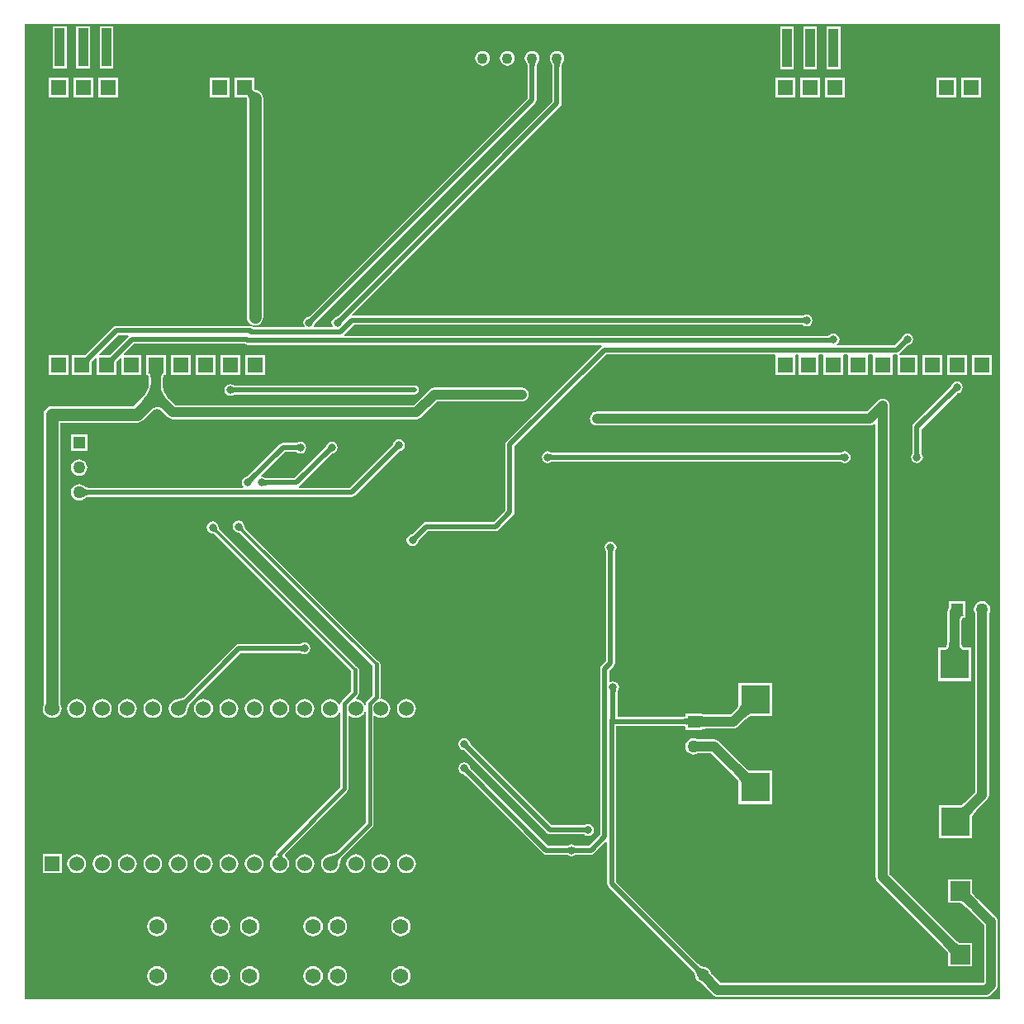
<source format=gbl>
G04*
G04 #@! TF.GenerationSoftware,Altium Limited,Altium Designer,18.0.7 (293)*
G04*
G04 Layer_Physical_Order=2*
G04 Layer_Color=16711680*
%FSLAX44Y44*%
%MOMM*%
G71*
G01*
G75*
%ADD10C,0.4000*%
%ADD11C,1.2700*%
%ADD12C,0.5000*%
%ADD13C,1.0000*%
%ADD14C,0.5080*%
%ADD15C,0.3000*%
%ADD16R,1.0000X4.0000*%
%ADD17R,2.0000X2.0000*%
%ADD18R,3.0000X3.0000*%
%ADD19R,1.5240X1.5240*%
%ADD20C,1.5240*%
%ADD21C,1.5748*%
%ADD22C,1.1000*%
%ADD23C,1.2700*%
%ADD24R,1.2700X1.2700*%
%ADD25R,1.2700X1.2700*%
%ADD26R,1.6000X1.6000*%
%ADD27C,0.8000*%
%ADD28C,0.7112*%
%ADD29C,0.5000*%
G36*
X1283970Y264920D02*
X1283970Y264920D01*
X283970D01*
Y1264920D01*
X283970Y1264920D01*
X1283970D01*
Y264920D01*
D02*
G37*
%LPC*%
G36*
X779130Y1237565D02*
X777172Y1237307D01*
X775348Y1236551D01*
X773781Y1235349D01*
X772579Y1233782D01*
X771823Y1231958D01*
X771565Y1230000D01*
X771823Y1228042D01*
X772579Y1226218D01*
X773781Y1224651D01*
X775348Y1223449D01*
X777172Y1222693D01*
X779130Y1222435D01*
X781088Y1222693D01*
X782912Y1223449D01*
X784479Y1224651D01*
X785681Y1226218D01*
X786437Y1228042D01*
X786695Y1230000D01*
X786437Y1231958D01*
X785681Y1233782D01*
X784479Y1235349D01*
X782912Y1236551D01*
X781088Y1237307D01*
X779130Y1237565D01*
D02*
G37*
G36*
X753730D02*
X751772Y1237307D01*
X749948Y1236551D01*
X748381Y1235349D01*
X747179Y1233782D01*
X746423Y1231958D01*
X746165Y1230000D01*
X746423Y1228042D01*
X747179Y1226218D01*
X748381Y1224651D01*
X749948Y1223449D01*
X751772Y1222693D01*
X753730Y1222435D01*
X755688Y1222693D01*
X757512Y1223449D01*
X759079Y1224651D01*
X760281Y1226218D01*
X761037Y1228042D01*
X761295Y1230000D01*
X761037Y1231958D01*
X760281Y1233782D01*
X759079Y1235349D01*
X757512Y1236551D01*
X755688Y1237307D01*
X753730Y1237565D01*
D02*
G37*
G36*
X375100Y1263100D02*
X361100D01*
Y1219100D01*
X375100D01*
Y1263100D01*
D02*
G37*
G36*
X351200D02*
X337200D01*
Y1219100D01*
X351200D01*
Y1263100D01*
D02*
G37*
G36*
X327300D02*
X313300D01*
Y1219100D01*
X327300D01*
Y1263100D01*
D02*
G37*
G36*
X1120600Y1262900D02*
X1106600D01*
Y1218900D01*
X1120600D01*
Y1262900D01*
D02*
G37*
G36*
X1096700D02*
X1082700D01*
Y1218900D01*
X1096700D01*
Y1262900D01*
D02*
G37*
G36*
X1072800D02*
X1058800D01*
Y1218900D01*
X1072800D01*
Y1262900D01*
D02*
G37*
G36*
X1264800Y1210000D02*
X1244800D01*
Y1190000D01*
X1264800D01*
Y1210000D01*
D02*
G37*
G36*
X1239400D02*
X1219400D01*
Y1190000D01*
X1239400D01*
Y1210000D01*
D02*
G37*
G36*
X1125000D02*
X1105000D01*
Y1190000D01*
X1125000D01*
Y1210000D01*
D02*
G37*
G36*
X1099600D02*
X1079600D01*
Y1190000D01*
X1099600D01*
Y1210000D01*
D02*
G37*
G36*
X494400D02*
X474400D01*
Y1190000D01*
X494400D01*
Y1210000D01*
D02*
G37*
G36*
X380000D02*
X360000D01*
Y1190000D01*
X380000D01*
Y1210000D01*
D02*
G37*
G36*
X354600D02*
X334600D01*
Y1190000D01*
X354600D01*
Y1210000D01*
D02*
G37*
G36*
X1074200Y1209840D02*
X1054200D01*
Y1189840D01*
X1074200D01*
Y1209840D01*
D02*
G37*
G36*
X329200D02*
X309200D01*
Y1189840D01*
X329200D01*
Y1209840D01*
D02*
G37*
G36*
X519800Y1210000D02*
X499800D01*
Y1190000D01*
X511666D01*
X511794Y1189684D01*
X511962Y1189103D01*
X511978Y1189007D01*
Y964692D01*
X512265Y962512D01*
X513106Y960481D01*
X514445Y958737D01*
X516189Y957398D01*
X518220Y956557D01*
X520400Y956270D01*
X522580Y956557D01*
X524611Y957398D01*
X526355Y958737D01*
X527694Y960481D01*
X528535Y962512D01*
X528822Y964692D01*
Y1189400D01*
X528535Y1191580D01*
X527694Y1193611D01*
X526355Y1195355D01*
X524611Y1196694D01*
X522580Y1197535D01*
X521474Y1197681D01*
X521333Y1197734D01*
X520697Y1197838D01*
X520116Y1198006D01*
X519800Y1198134D01*
Y1210000D01*
D02*
G37*
G36*
X830000Y1237565D02*
X828042Y1237307D01*
X826218Y1236551D01*
X824651Y1235349D01*
X823449Y1233782D01*
X822693Y1231958D01*
X822435Y1230000D01*
X822693Y1228042D01*
X823449Y1226218D01*
X823874Y1225663D01*
X823937Y1225520D01*
X824249Y1225076D01*
X824491Y1224674D01*
X824704Y1224256D01*
X824890Y1223820D01*
X825048Y1223363D01*
X825180Y1222885D01*
X825283Y1222383D01*
X825359Y1221855D01*
X825371Y1221705D01*
Y1185917D01*
X605178Y965724D01*
X605166Y965714D01*
X604585Y965259D01*
X604390Y965128D01*
X604226Y965032D01*
X604123Y964983D01*
X604098Y964973D01*
X604002Y964952D01*
X603865Y964892D01*
X602659Y964652D01*
X600674Y963326D01*
X599348Y961341D01*
X598882Y959000D01*
X599348Y956659D01*
X600194Y955392D01*
X599516Y954122D01*
X581484D01*
X580806Y955392D01*
X581652Y956659D01*
X581892Y957865D01*
X581952Y958002D01*
X581973Y958098D01*
X581982Y958123D01*
X582017Y958195D01*
X582289Y958628D01*
X582441Y958830D01*
X582895Y959348D01*
X807803Y1184257D01*
X807803Y1184257D01*
X808807Y1185759D01*
X809159Y1187530D01*
Y1221705D01*
X809171Y1221855D01*
X809247Y1222382D01*
X809350Y1222885D01*
X809482Y1223363D01*
X809640Y1223820D01*
X809826Y1224256D01*
X810039Y1224674D01*
X810281Y1225076D01*
X810593Y1225520D01*
X810656Y1225663D01*
X811081Y1226218D01*
X811837Y1228042D01*
X812095Y1230000D01*
X811837Y1231958D01*
X811081Y1233782D01*
X809879Y1235349D01*
X808312Y1236551D01*
X806488Y1237307D01*
X804530Y1237565D01*
X802572Y1237307D01*
X800748Y1236551D01*
X799181Y1235349D01*
X797979Y1233782D01*
X797223Y1231958D01*
X796965Y1230000D01*
X797223Y1228042D01*
X797979Y1226218D01*
X798404Y1225663D01*
X798467Y1225520D01*
X798779Y1225076D01*
X799020Y1224674D01*
X799234Y1224256D01*
X799420Y1223820D01*
X799578Y1223363D01*
X799710Y1222885D01*
X799813Y1222383D01*
X799889Y1221855D01*
X799901Y1221705D01*
Y1189447D01*
X576178Y965724D01*
X576166Y965714D01*
X575585Y965259D01*
X575390Y965128D01*
X575226Y965032D01*
X575123Y964983D01*
X575098Y964973D01*
X575002Y964952D01*
X574865Y964892D01*
X573659Y964652D01*
X571674Y963326D01*
X570348Y961341D01*
X569883Y959000D01*
X570348Y956659D01*
X571194Y955392D01*
X570516Y954122D01*
X518635D01*
X518594Y954163D01*
X517093Y955167D01*
X515321Y955519D01*
X515321Y955519D01*
X377970D01*
X377970Y955519D01*
X376199Y955167D01*
X374697Y954163D01*
X374697Y954163D01*
X348158Y927624D01*
X347219Y926752D01*
X346431Y926119D01*
X345732Y925631D01*
X345538Y925520D01*
X332600D01*
Y905520D01*
X352600D01*
Y918458D01*
X352711Y918652D01*
X353183Y919327D01*
X354460Y920834D01*
X356827Y923200D01*
X358000Y922714D01*
Y905520D01*
X378000D01*
Y918458D01*
X378111Y918652D01*
X378583Y919327D01*
X379860Y920834D01*
X382227Y923200D01*
X383400Y922714D01*
Y905520D01*
X403400D01*
Y925520D01*
X386206D01*
X385720Y926693D01*
X396397Y937371D01*
X509721D01*
X509762Y937330D01*
X509762Y937330D01*
X511264Y936327D01*
X513035Y935975D01*
X513035Y935975D01*
X875597D01*
X875982Y934705D01*
X875337Y934273D01*
X778467Y837403D01*
X777463Y835901D01*
X777111Y834130D01*
X777111Y834130D01*
Y766657D01*
X765083Y754629D01*
X696000D01*
X696000Y754629D01*
X694229Y754277D01*
X692727Y753273D01*
X692727Y753273D01*
X682178Y742724D01*
X682166Y742714D01*
X681585Y742259D01*
X681390Y742128D01*
X681226Y742032D01*
X681124Y741982D01*
X681098Y741973D01*
X681002Y741952D01*
X680865Y741892D01*
X679659Y741652D01*
X677674Y740326D01*
X676348Y738341D01*
X675882Y736000D01*
X676348Y733659D01*
X677674Y731674D01*
X679659Y730348D01*
X682000Y729883D01*
X684341Y730348D01*
X686326Y731674D01*
X687652Y733659D01*
X687892Y734865D01*
X687952Y735002D01*
X687973Y735098D01*
X687982Y735124D01*
X688017Y735195D01*
X688289Y735628D01*
X688441Y735831D01*
X688895Y736348D01*
X697917Y745371D01*
X767000D01*
X767000Y745371D01*
X768771Y745723D01*
X770273Y746727D01*
X785013Y761467D01*
X785013Y761467D01*
X786017Y762969D01*
X786369Y764740D01*
Y832213D01*
X880527Y926371D01*
X1053283D01*
X1054200Y925520D01*
X1054200Y925101D01*
Y905520D01*
X1074200D01*
Y925101D01*
X1074200Y925520D01*
X1075117Y926371D01*
X1076683D01*
X1077600Y925520D01*
X1077600Y925101D01*
Y905520D01*
X1097600D01*
Y925101D01*
X1097600Y925520D01*
X1098518Y926371D01*
X1102083D01*
X1103000Y925520D01*
X1103000Y925101D01*
Y905520D01*
X1123000D01*
Y925101D01*
X1123000Y925520D01*
X1123917Y926371D01*
X1127483D01*
X1128400Y925520D01*
X1128400Y925101D01*
Y905520D01*
X1148400D01*
Y925101D01*
X1148400Y925520D01*
X1149317Y926371D01*
X1152883D01*
X1153800Y925520D01*
X1153800Y925101D01*
Y905520D01*
X1173800D01*
Y925101D01*
X1173800Y925520D01*
X1174717Y926371D01*
X1178096D01*
X1178957Y925572D01*
X1179200Y925007D01*
X1179200Y925007D01*
Y905520D01*
X1199200D01*
Y925520D01*
X1180856D01*
X1180719Y925723D01*
X1181055Y927448D01*
X1181473Y927727D01*
X1189022Y935276D01*
X1189034Y935286D01*
X1189615Y935741D01*
X1189810Y935872D01*
X1189974Y935968D01*
X1190077Y936018D01*
X1190102Y936027D01*
X1190198Y936048D01*
X1190335Y936108D01*
X1191541Y936348D01*
X1193526Y937674D01*
X1194852Y939659D01*
X1195318Y942000D01*
X1194852Y944341D01*
X1193526Y946326D01*
X1191541Y947652D01*
X1189200Y948118D01*
X1186859Y947652D01*
X1184874Y946326D01*
X1183548Y944341D01*
X1183308Y943135D01*
X1183248Y942998D01*
X1183227Y942902D01*
X1183217Y942877D01*
X1183183Y942804D01*
X1182911Y942372D01*
X1182759Y942169D01*
X1182305Y941652D01*
X1176283Y935629D01*
X1117121D01*
X1116736Y936899D01*
X1117896Y937674D01*
X1119222Y939659D01*
X1119688Y942000D01*
X1119222Y944341D01*
X1117896Y946326D01*
X1115911Y947652D01*
X1113570Y948118D01*
X1111229Y947652D01*
X1109244Y946326D01*
X1108998Y945957D01*
X1108918Y945875D01*
X1108764Y945748D01*
X1108593Y945633D01*
X1108400Y945528D01*
X1108178Y945433D01*
X1107924Y945350D01*
X1107634Y945281D01*
X1107330Y945232D01*
X612020D01*
X611621Y946502D01*
X621880Y956761D01*
X1081119D01*
X1081135Y956760D01*
X1081868Y956671D01*
X1082099Y956626D01*
X1082282Y956578D01*
X1082390Y956540D01*
X1082414Y956529D01*
X1082497Y956476D01*
X1082636Y956421D01*
X1083659Y955738D01*
X1086000Y955273D01*
X1088341Y955738D01*
X1090326Y957064D01*
X1091652Y959049D01*
X1092118Y961390D01*
X1091652Y963731D01*
X1090326Y965716D01*
X1088341Y967042D01*
X1086000Y967507D01*
X1083659Y967042D01*
X1082636Y966359D01*
X1082497Y966304D01*
X1082414Y966251D01*
X1082390Y966240D01*
X1082314Y966214D01*
X1081816Y966100D01*
X1081565Y966064D01*
X1080878Y966019D01*
X620361D01*
X619745Y967199D01*
X833273Y1180727D01*
X833273Y1180727D01*
X834277Y1182228D01*
X834629Y1184000D01*
X834629Y1184000D01*
Y1221705D01*
X834641Y1221855D01*
X834716Y1222382D01*
X834820Y1222885D01*
X834951Y1223363D01*
X835110Y1223820D01*
X835296Y1224256D01*
X835509Y1224674D01*
X835751Y1225076D01*
X836063Y1225520D01*
X836126Y1225663D01*
X836551Y1226218D01*
X837307Y1228042D01*
X837565Y1230000D01*
X837307Y1231958D01*
X836551Y1233782D01*
X835349Y1235349D01*
X833782Y1236551D01*
X831958Y1237307D01*
X830000Y1237565D01*
D02*
G37*
G36*
X1275400Y925520D02*
X1255400D01*
Y905520D01*
X1275400D01*
Y925520D01*
D02*
G37*
G36*
X1250000D02*
X1230000D01*
Y905520D01*
X1250000D01*
Y925520D01*
D02*
G37*
G36*
X1224600D02*
X1204600D01*
Y905520D01*
X1224600D01*
Y925520D01*
D02*
G37*
G36*
X530400D02*
X510400D01*
Y905520D01*
X530400D01*
Y925520D01*
D02*
G37*
G36*
X505000D02*
X485000D01*
Y905520D01*
X505000D01*
Y925520D01*
D02*
G37*
G36*
X479600D02*
X459600D01*
Y905520D01*
X479600D01*
Y925520D01*
D02*
G37*
G36*
X454200D02*
X434200D01*
Y905520D01*
X454200D01*
Y925520D01*
D02*
G37*
G36*
X329200D02*
X309200D01*
Y905520D01*
X329200D01*
Y925520D01*
D02*
G37*
G36*
X495000Y896117D02*
X492659Y895652D01*
X490674Y894326D01*
X489348Y892341D01*
X488882Y890000D01*
X489348Y887659D01*
X490674Y885674D01*
X492659Y884348D01*
X495000Y883883D01*
X497341Y884348D01*
X498364Y885031D01*
X498503Y885086D01*
X498586Y885139D01*
X498610Y885150D01*
X498686Y885176D01*
X499184Y885290D01*
X499435Y885326D01*
X500122Y885371D01*
X684000D01*
X685771Y885723D01*
X687273Y886727D01*
X688277Y888229D01*
X688629Y890000D01*
X688277Y891771D01*
X687273Y893273D01*
X685771Y894277D01*
X684000Y894629D01*
X499881D01*
X499865Y894630D01*
X499132Y894719D01*
X498901Y894764D01*
X498718Y894812D01*
X498610Y894850D01*
X498586Y894861D01*
X498503Y894914D01*
X498364Y894969D01*
X497341Y895652D01*
X495000Y896117D01*
D02*
G37*
G36*
X428800Y925520D02*
X408800D01*
Y907594D01*
X408791Y907551D01*
X408800Y907507D01*
Y905520D01*
X410602D01*
X410625Y905516D01*
X410670Y905465D01*
X410868Y905105D01*
X411103Y904460D01*
X411324Y903548D01*
X411506Y902414D01*
X411732Y899359D01*
X411740Y898890D01*
Y897887D01*
X411677Y896505D01*
X411433Y894719D01*
X411025Y892948D01*
X410451Y891188D01*
X409710Y889437D01*
X408797Y887692D01*
X407709Y885953D01*
X406445Y884219D01*
X405001Y882492D01*
X404150Y881591D01*
X395998Y873438D01*
X312000D01*
X309820Y873151D01*
X307789Y872310D01*
X306045Y870972D01*
X304706Y869227D01*
X303865Y867196D01*
X303578Y865016D01*
Y566753D01*
X303238Y565931D01*
X302907Y563420D01*
X303238Y560909D01*
X304207Y558568D01*
X305749Y556559D01*
X307759Y555017D01*
X310099Y554048D01*
X312610Y553717D01*
X315121Y554048D01*
X317461Y555017D01*
X319471Y556559D01*
X321013Y558568D01*
X321982Y560909D01*
X322313Y563420D01*
X321982Y565931D01*
X321013Y568271D01*
X320422Y569042D01*
Y856594D01*
X399486D01*
X401666Y856881D01*
X403697Y857722D01*
X405442Y859061D01*
X412770Y866390D01*
X413860Y867392D01*
X415423Y868575D01*
X416892Y869433D01*
X418255Y869984D01*
X419515Y870257D01*
X420693Y870279D01*
X421834Y870065D01*
X422985Y869599D01*
X424168Y868849D01*
X425193Y867952D01*
X430988Y862158D01*
X432450Y861036D01*
X434153Y860330D01*
X435980Y860090D01*
X686030D01*
X687857Y860330D01*
X689560Y861036D01*
X691022Y862158D01*
X707205Y878340D01*
X794100D01*
X795927Y878580D01*
X797630Y879286D01*
X799092Y880408D01*
X800214Y881870D01*
X800920Y883573D01*
X801160Y885400D01*
X800920Y887227D01*
X800214Y888930D01*
X799092Y890393D01*
X797630Y891515D01*
X795927Y892220D01*
X794100Y892460D01*
X704280D01*
X702453Y892220D01*
X700750Y891515D01*
X699288Y890393D01*
X683105Y874210D01*
X438904D01*
X431936Y881179D01*
X431072Y882107D01*
X429967Y883488D01*
X428998Y884914D01*
X428160Y886389D01*
X427453Y887914D01*
X426875Y889493D01*
X426424Y891128D01*
X426101Y892822D01*
X425906Y894580D01*
X425860Y895847D01*
Y898159D01*
X425955Y901016D01*
X426091Y902389D01*
X426276Y903548D01*
X426497Y904460D01*
X426732Y905105D01*
X426930Y905465D01*
X426975Y905516D01*
X426998Y905520D01*
X428800D01*
Y907507D01*
X428809Y907551D01*
X428800Y907594D01*
Y925520D01*
D02*
G37*
G36*
X348350Y844150D02*
X331650D01*
Y827450D01*
X348350D01*
Y844150D01*
D02*
G37*
G36*
X1240028Y898928D02*
X1237687Y898462D01*
X1235702Y897136D01*
X1234376Y895151D01*
X1234136Y893945D01*
X1234076Y893808D01*
X1234055Y893712D01*
X1234045Y893687D01*
X1234011Y893615D01*
X1233739Y893182D01*
X1233587Y892980D01*
X1233133Y892462D01*
X1195727Y855055D01*
X1194723Y853553D01*
X1194371Y851782D01*
X1194371Y851782D01*
Y825881D01*
X1194370Y825865D01*
X1194281Y825132D01*
X1194236Y824901D01*
X1194187Y824718D01*
X1194150Y824611D01*
X1194139Y824586D01*
X1194085Y824503D01*
X1194031Y824364D01*
X1193348Y823341D01*
X1192883Y821000D01*
X1193348Y818659D01*
X1194674Y816674D01*
X1196659Y815348D01*
X1199000Y814883D01*
X1201341Y815348D01*
X1203326Y816674D01*
X1204652Y818659D01*
X1205117Y821000D01*
X1204652Y823341D01*
X1203969Y824364D01*
X1203914Y824503D01*
X1203861Y824586D01*
X1203850Y824611D01*
X1203824Y824686D01*
X1203710Y825184D01*
X1203674Y825435D01*
X1203629Y826122D01*
Y849865D01*
X1239850Y886086D01*
X1239862Y886096D01*
X1240443Y886551D01*
X1240638Y886683D01*
X1240802Y886778D01*
X1240904Y886827D01*
X1240930Y886837D01*
X1241026Y886858D01*
X1241163Y886918D01*
X1242369Y887158D01*
X1244354Y888484D01*
X1245680Y890469D01*
X1246145Y892810D01*
X1245680Y895151D01*
X1244354Y897136D01*
X1242369Y898462D01*
X1240028Y898928D01*
D02*
G37*
G36*
X820500Y827118D02*
X818159Y826652D01*
X816174Y825326D01*
X814848Y823341D01*
X814382Y821000D01*
X814848Y818659D01*
X816174Y816674D01*
X818159Y815348D01*
X820500Y814883D01*
X822841Y815348D01*
X823864Y816031D01*
X824003Y816086D01*
X824086Y816139D01*
X824110Y816150D01*
X824186Y816176D01*
X824684Y816290D01*
X824935Y816326D01*
X825622Y816371D01*
X1120119Y816371D01*
X1120135Y816370D01*
X1120868Y816281D01*
X1121099Y816236D01*
X1121282Y816188D01*
X1121389Y816150D01*
X1121414Y816139D01*
X1121497Y816086D01*
X1121636Y816031D01*
X1122659Y815348D01*
X1125000Y814883D01*
X1127341Y815348D01*
X1129326Y816674D01*
X1130652Y818659D01*
X1131117Y821000D01*
X1130652Y823341D01*
X1129326Y825326D01*
X1127341Y826652D01*
X1125000Y827117D01*
X1122659Y826652D01*
X1121636Y825969D01*
X1121497Y825915D01*
X1121414Y825861D01*
X1121389Y825850D01*
X1121314Y825824D01*
X1120816Y825710D01*
X1120565Y825674D01*
X1119878Y825629D01*
X825381Y825629D01*
X825365Y825630D01*
X824632Y825719D01*
X824401Y825764D01*
X824218Y825813D01*
X824110Y825850D01*
X824086Y825862D01*
X824003Y825915D01*
X823864Y825969D01*
X822841Y826652D01*
X820500Y827118D01*
D02*
G37*
G36*
X340000Y818822D02*
X337820Y818535D01*
X335789Y817694D01*
X334045Y816355D01*
X332706Y814611D01*
X331865Y812580D01*
X331578Y810400D01*
X331865Y808220D01*
X332706Y806189D01*
X334045Y804445D01*
X335789Y803106D01*
X337820Y802265D01*
X340000Y801978D01*
X342180Y802265D01*
X344211Y803106D01*
X345955Y804445D01*
X347294Y806189D01*
X348135Y808220D01*
X348422Y810400D01*
X348135Y812580D01*
X347294Y814611D01*
X345955Y816355D01*
X344211Y817694D01*
X342180Y818535D01*
X340000Y818822D01*
D02*
G37*
G36*
X668000Y839688D02*
X665659Y839222D01*
X663674Y837896D01*
X662348Y835911D01*
X662108Y834705D01*
X662048Y834568D01*
X662027Y834472D01*
X662018Y834446D01*
X661983Y834375D01*
X661711Y833942D01*
X661559Y833739D01*
X661105Y833222D01*
X617513Y789629D01*
X565284D01*
X565034Y790899D01*
X566273Y791727D01*
X598822Y824276D01*
X598834Y824286D01*
X599415Y824741D01*
X599610Y824872D01*
X599774Y824968D01*
X599877Y825017D01*
X599902Y825027D01*
X599998Y825048D01*
X600135Y825108D01*
X601341Y825348D01*
X603326Y826674D01*
X604652Y828659D01*
X605117Y831000D01*
X604652Y833341D01*
X603326Y835326D01*
X601341Y836652D01*
X599000Y837117D01*
X596659Y836652D01*
X594674Y835326D01*
X593348Y833341D01*
X593108Y832135D01*
X593048Y831998D01*
X593027Y831902D01*
X593018Y831877D01*
X592983Y831805D01*
X592711Y831372D01*
X592559Y831170D01*
X592105Y830652D01*
X561083Y799629D01*
X531881D01*
X531865Y799630D01*
X531132Y799719D01*
X530901Y799764D01*
X530718Y799812D01*
X530611Y799850D01*
X530586Y799861D01*
X530503Y799914D01*
X530364Y799969D01*
X529341Y800652D01*
X527384Y801041D01*
X526825Y802279D01*
X550917Y826371D01*
X562119D01*
X562135Y826370D01*
X562868Y826281D01*
X563099Y826236D01*
X563282Y826188D01*
X563390Y826150D01*
X563414Y826139D01*
X563497Y826086D01*
X563636Y826031D01*
X564659Y825348D01*
X567000Y824882D01*
X569341Y825348D01*
X571326Y826674D01*
X572652Y828659D01*
X573117Y831000D01*
X572652Y833341D01*
X571326Y835326D01*
X569341Y836652D01*
X567000Y837117D01*
X564659Y836652D01*
X563636Y835969D01*
X563497Y835915D01*
X563414Y835861D01*
X563390Y835850D01*
X563314Y835824D01*
X562816Y835710D01*
X562565Y835674D01*
X561878Y835629D01*
X549000D01*
X549000Y835629D01*
X547229Y835277D01*
X545727Y834273D01*
X513178Y801724D01*
X513166Y801714D01*
X512585Y801259D01*
X512390Y801128D01*
X512226Y801032D01*
X512123Y800983D01*
X512098Y800973D01*
X512002Y800952D01*
X511865Y800892D01*
X510659Y800652D01*
X508674Y799326D01*
X507348Y797341D01*
X506883Y795000D01*
X507348Y792659D01*
X508524Y790899D01*
X508127Y789629D01*
X350029D01*
X349707Y789662D01*
X349121Y789765D01*
X348538Y789908D01*
X347957Y790094D01*
X347378Y790323D01*
X346797Y790597D01*
X346216Y790918D01*
X345633Y791285D01*
X345004Y791733D01*
X344855Y791800D01*
X344211Y792294D01*
X342180Y793135D01*
X340000Y793422D01*
X337820Y793135D01*
X335789Y792294D01*
X334045Y790955D01*
X332706Y789211D01*
X331865Y787180D01*
X331578Y785000D01*
X331865Y782820D01*
X332706Y780789D01*
X334045Y779045D01*
X335789Y777706D01*
X337820Y776865D01*
X340000Y776578D01*
X342180Y776865D01*
X344211Y777706D01*
X344855Y778200D01*
X345004Y778267D01*
X345633Y778715D01*
X346216Y779083D01*
X346797Y779403D01*
X347378Y779677D01*
X347957Y779906D01*
X348538Y780092D01*
X349121Y780235D01*
X349707Y780338D01*
X350029Y780371D01*
X619430D01*
X619430Y780371D01*
X621201Y780723D01*
X622703Y781727D01*
X667822Y826846D01*
X667834Y826856D01*
X668415Y827311D01*
X668610Y827442D01*
X668774Y827538D01*
X668876Y827588D01*
X668902Y827597D01*
X668998Y827618D01*
X669135Y827678D01*
X670341Y827918D01*
X672326Y829244D01*
X673652Y831229D01*
X674118Y833570D01*
X673652Y835911D01*
X672326Y837896D01*
X670341Y839222D01*
X668000Y839688D01*
D02*
G37*
G36*
X571000Y631118D02*
X568659Y630652D01*
X567636Y629969D01*
X567497Y629915D01*
X567414Y629861D01*
X567389Y629850D01*
X567314Y629824D01*
X566816Y629710D01*
X566565Y629674D01*
X565878Y629629D01*
X504000D01*
X502229Y629277D01*
X500727Y628273D01*
X500228Y627527D01*
X447943Y575242D01*
X447548Y574953D01*
X446988Y574617D01*
X446347Y574302D01*
X445624Y574013D01*
X444817Y573752D01*
X443951Y573528D01*
X441873Y573163D01*
X440720Y573038D01*
X440545Y572983D01*
X439099Y572792D01*
X436758Y571823D01*
X434749Y570281D01*
X433207Y568271D01*
X432238Y565931D01*
X431907Y563420D01*
X432238Y560909D01*
X433207Y558568D01*
X434749Y556559D01*
X436758Y555017D01*
X439099Y554048D01*
X441610Y553717D01*
X444121Y554048D01*
X446461Y555017D01*
X448471Y556559D01*
X450013Y558568D01*
X450982Y560909D01*
X451057Y561479D01*
X451084Y561540D01*
X451299Y562537D01*
X451830Y564372D01*
X452125Y565159D01*
X452457Y565914D01*
X452817Y566615D01*
X453203Y567263D01*
X453616Y567859D01*
X453929Y568250D01*
X506050Y620371D01*
X566119D01*
X566135Y620370D01*
X566868Y620281D01*
X567099Y620236D01*
X567282Y620187D01*
X567389Y620150D01*
X567414Y620139D01*
X567497Y620085D01*
X567636Y620031D01*
X568659Y619348D01*
X571000Y618882D01*
X573341Y619348D01*
X575326Y620674D01*
X576652Y622659D01*
X577118Y625000D01*
X576652Y627341D01*
X575326Y629326D01*
X573341Y630652D01*
X571000Y631118D01*
D02*
G37*
G36*
X1248750Y673350D02*
X1232050D01*
Y666526D01*
X1231285Y665530D01*
X1230580Y663827D01*
X1230340Y662000D01*
Y632888D01*
X1230313Y631880D01*
X1230175Y630315D01*
X1229955Y628986D01*
X1229664Y627902D01*
X1229324Y627068D01*
X1228965Y626479D01*
X1228617Y626103D01*
X1228279Y625877D01*
X1227896Y625742D01*
X1227499Y625700D01*
X1220400D01*
Y591700D01*
X1254400D01*
Y625700D01*
X1247301D01*
X1246904Y625742D01*
X1246521Y625877D01*
X1246183Y626103D01*
X1245835Y626479D01*
X1245476Y627068D01*
X1245136Y627902D01*
X1244845Y628986D01*
X1244624Y630315D01*
X1244487Y631880D01*
X1244460Y632888D01*
Y649590D01*
X1244481Y650480D01*
X1244601Y652057D01*
X1244795Y653404D01*
X1245052Y654508D01*
X1245353Y655360D01*
X1245667Y655956D01*
X1245955Y656315D01*
X1246191Y656497D01*
X1246417Y656589D01*
X1246915Y656650D01*
X1248750D01*
Y658637D01*
X1248759Y658680D01*
X1248750Y658724D01*
Y673350D01*
D02*
G37*
G36*
X503490Y756117D02*
X501149Y755652D01*
X499164Y754326D01*
X497838Y752341D01*
X497373Y750000D01*
X497838Y747659D01*
X499164Y745674D01*
X501149Y744348D01*
X502418Y744096D01*
X502600Y744027D01*
X503093Y743945D01*
X503509Y743854D01*
X503895Y743747D01*
X504251Y743625D01*
X504580Y743489D01*
X504883Y743339D01*
X505161Y743177D01*
X505417Y743002D01*
X505536Y742907D01*
X640712Y607732D01*
Y576722D01*
X635106Y571117D01*
X634222Y569794D01*
X633912Y568233D01*
X633912Y568233D01*
Y567006D01*
X632642Y566754D01*
X632013Y568271D01*
X630471Y570281D01*
X628461Y571823D01*
X626121Y572792D01*
X624347Y573026D01*
X623891Y574367D01*
X625884Y576359D01*
X626768Y577682D01*
X627078Y579243D01*
X627078Y579243D01*
Y603000D01*
X626768Y604561D01*
X625884Y605884D01*
X624561Y606768D01*
X624209Y606838D01*
X484093Y746954D01*
X483998Y747073D01*
X483823Y747329D01*
X483661Y747607D01*
X483511Y747910D01*
X483375Y748239D01*
X483262Y748568D01*
X483050Y749424D01*
X482973Y749890D01*
X482904Y750072D01*
X482652Y751341D01*
X481326Y753326D01*
X479341Y754652D01*
X477000Y755117D01*
X474659Y754652D01*
X472674Y753326D01*
X471348Y751341D01*
X470882Y749000D01*
X471348Y746659D01*
X472674Y744674D01*
X474659Y743348D01*
X475928Y743096D01*
X476110Y743027D01*
X476604Y742945D01*
X477019Y742854D01*
X477405Y742747D01*
X477761Y742625D01*
X478090Y742489D01*
X478393Y742339D01*
X478671Y742177D01*
X478927Y742002D01*
X479046Y741907D01*
X618922Y602032D01*
Y580933D01*
X609106Y571117D01*
X608222Y569794D01*
X607912Y568233D01*
X607912Y568233D01*
Y567006D01*
X606642Y566754D01*
X606013Y568271D01*
X604471Y570281D01*
X602462Y571823D01*
X600121Y572792D01*
X597610Y573123D01*
X595099Y572792D01*
X592758Y571823D01*
X590749Y570281D01*
X589207Y568271D01*
X588238Y565931D01*
X587907Y563420D01*
X588238Y560909D01*
X589207Y558568D01*
X590749Y556559D01*
X592758Y555017D01*
X595099Y554048D01*
X597610Y553717D01*
X600121Y554048D01*
X602462Y555017D01*
X604471Y556559D01*
X606013Y558568D01*
X606642Y560086D01*
X607912Y559833D01*
Y482489D01*
X542716Y417294D01*
X541832Y415971D01*
X541522Y414410D01*
X541522Y414410D01*
Y413471D01*
X541508Y413252D01*
X541488Y413110D01*
X540748Y412803D01*
X538739Y411261D01*
X537197Y409252D01*
X536228Y406911D01*
X535897Y404400D01*
X536228Y401889D01*
X537197Y399548D01*
X538739Y397539D01*
X540748Y395997D01*
X543089Y395028D01*
X545600Y394697D01*
X548111Y395028D01*
X550452Y395997D01*
X552461Y397539D01*
X554003Y399548D01*
X554972Y401889D01*
X555303Y404400D01*
X554972Y406911D01*
X554003Y409252D01*
X552461Y411261D01*
X551077Y412323D01*
X550865Y413907D01*
X614874Y477916D01*
X615758Y479239D01*
X616068Y480800D01*
Y555480D01*
X617338Y556107D01*
X618759Y555017D01*
X621099Y554048D01*
X623610Y553717D01*
X626121Y554048D01*
X628461Y555017D01*
X630471Y556559D01*
X632013Y558568D01*
X632642Y560086D01*
X633912Y559833D01*
Y446479D01*
X603850Y416418D01*
X603437Y416121D01*
X602886Y415797D01*
X602262Y415494D01*
X600602Y414881D01*
X599699Y414628D01*
X597472Y414156D01*
X596223Y413960D01*
X596059Y413900D01*
X595089Y413772D01*
X592748Y412803D01*
X590739Y411261D01*
X589197Y409252D01*
X588228Y406911D01*
X587897Y404400D01*
X588228Y401889D01*
X589197Y399548D01*
X590739Y397539D01*
X592748Y395997D01*
X595089Y395028D01*
X597600Y394697D01*
X600111Y395028D01*
X602452Y395997D01*
X604461Y397539D01*
X606003Y399548D01*
X606972Y401889D01*
X607100Y402859D01*
X607160Y403024D01*
X607359Y404291D01*
X607574Y405411D01*
X608097Y407452D01*
X608376Y408282D01*
X608680Y409034D01*
X608997Y409686D01*
X609321Y410237D01*
X609618Y410650D01*
X640874Y441906D01*
X641758Y443229D01*
X642068Y444790D01*
X642068Y444790D01*
Y555480D01*
X643338Y556107D01*
X644759Y555017D01*
X647099Y554048D01*
X649610Y553717D01*
X652121Y554048D01*
X654462Y555017D01*
X656471Y556559D01*
X658013Y558568D01*
X658982Y560909D01*
X659313Y563420D01*
X658982Y565931D01*
X658013Y568271D01*
X656471Y570281D01*
X654462Y571823D01*
X652121Y572792D01*
X649725Y573108D01*
X649542Y573212D01*
X648720Y574287D01*
X648868Y575033D01*
X648868Y575033D01*
Y608700D01*
X648558Y610261D01*
X647674Y611584D01*
X646351Y612468D01*
X645999Y612538D01*
X510583Y747954D01*
X510488Y748073D01*
X510313Y748329D01*
X510151Y748607D01*
X510001Y748910D01*
X509865Y749239D01*
X509752Y749568D01*
X509540Y750424D01*
X509463Y750890D01*
X509394Y751072D01*
X509142Y752341D01*
X507816Y754326D01*
X505831Y755652D01*
X503490Y756117D01*
D02*
G37*
G36*
X884936Y734790D02*
X882595Y734324D01*
X880610Y732998D01*
X879284Y731013D01*
X878819Y728672D01*
X879284Y726331D01*
X879970Y725304D01*
X880027Y725161D01*
X880089Y725064D01*
X880108Y725024D01*
X880151Y724908D01*
X880202Y724720D01*
X880254Y724466D01*
X880296Y724188D01*
X880348Y723455D01*
Y611676D01*
X875716Y607044D01*
X874721Y605556D01*
X874372Y603800D01*
Y582084D01*
X874412Y581883D01*
Y434100D01*
X862899Y422588D01*
X850056D01*
X849502Y422637D01*
X849206Y422682D01*
X848952Y422734D01*
X848764Y422785D01*
X848648Y422827D01*
X848608Y422847D01*
X848511Y422909D01*
X848368Y422966D01*
X847341Y423652D01*
X845000Y424118D01*
X842659Y423652D01*
X841632Y422966D01*
X841489Y422909D01*
X841392Y422847D01*
X841352Y422827D01*
X841236Y422785D01*
X841048Y422734D01*
X840795Y422682D01*
X840516Y422640D01*
X839783Y422588D01*
X820900D01*
X741820Y501669D01*
X741462Y502096D01*
X741284Y502337D01*
X741142Y502553D01*
X741046Y502722D01*
X740993Y502834D01*
X740979Y502876D01*
X740954Y502989D01*
X740893Y503130D01*
X740652Y504341D01*
X739326Y506326D01*
X737341Y507652D01*
X735000Y508118D01*
X732659Y507652D01*
X730674Y506326D01*
X729348Y504341D01*
X728883Y502000D01*
X729348Y499659D01*
X730674Y497674D01*
X732659Y496348D01*
X733870Y496107D01*
X734011Y496046D01*
X734124Y496021D01*
X734166Y496007D01*
X734278Y495954D01*
X734447Y495858D01*
X734663Y495715D01*
X734890Y495549D01*
X735445Y495067D01*
X815756Y414756D01*
X817244Y413761D01*
X819000Y413412D01*
X839944D01*
X840498Y413363D01*
X840795Y413318D01*
X841048Y413266D01*
X841236Y413214D01*
X841352Y413172D01*
X841392Y413153D01*
X841489Y413091D01*
X841632Y413034D01*
X842659Y412348D01*
X845000Y411883D01*
X847341Y412348D01*
X848368Y413034D01*
X848511Y413091D01*
X848608Y413153D01*
X848648Y413172D01*
X848764Y413214D01*
X848952Y413266D01*
X849205Y413318D01*
X849484Y413360D01*
X850217Y413412D01*
X864800D01*
X866556Y413761D01*
X868044Y414756D01*
X880238Y426950D01*
X881412Y426464D01*
Y384000D01*
X881761Y382244D01*
X882756Y380756D01*
X968713Y294798D01*
X969928Y293498D01*
X970182Y293134D01*
X970489Y292620D01*
X970767Y292075D01*
X971014Y291498D01*
X971231Y290886D01*
X971417Y290238D01*
X971571Y289554D01*
X971701Y288779D01*
X971759Y288625D01*
X971865Y287820D01*
X972706Y285789D01*
X974045Y284045D01*
X975789Y282706D01*
X977820Y281865D01*
X978132Y281824D01*
X980294Y279721D01*
X990007Y270008D01*
X991470Y268885D01*
X993173Y268180D01*
X995000Y267940D01*
X1270000D01*
X1271827Y268180D01*
X1273530Y268885D01*
X1274992Y270008D01*
X1279992Y275008D01*
X1281115Y276470D01*
X1281820Y278173D01*
X1282060Y280000D01*
Y345000D01*
X1281820Y346827D01*
X1281115Y348530D01*
X1279992Y349992D01*
X1278530Y351115D01*
X1278087Y351298D01*
X1261420Y367965D01*
X1258209Y371423D01*
X1256885Y373078D01*
X1255844Y374575D01*
X1255300Y375526D01*
Y380229D01*
X1255309Y380273D01*
X1255300Y380317D01*
Y388100D01*
X1231300D01*
Y364100D01*
X1239084D01*
X1239127Y364091D01*
X1239171Y364100D01*
X1243874D01*
X1244825Y363556D01*
X1246298Y362532D01*
X1249851Y359526D01*
X1250971Y358444D01*
X1267940Y341475D01*
Y282924D01*
X1267076Y282060D01*
X997924D01*
X988907Y291078D01*
X988181Y291828D01*
X988135Y292180D01*
X987294Y294211D01*
X985955Y295955D01*
X984211Y297294D01*
X982180Y298135D01*
X981375Y298241D01*
X981221Y298299D01*
X980446Y298429D01*
X979762Y298583D01*
X979114Y298769D01*
X978502Y298986D01*
X977925Y299233D01*
X977380Y299511D01*
X977088Y299686D01*
X974794Y301695D01*
X890588Y385900D01*
Y545412D01*
X958626D01*
X960378Y545352D01*
X960815Y545280D01*
X961250Y545163D01*
X961534Y545047D01*
X961650Y544977D01*
Y541650D01*
X976276D01*
X976320Y541641D01*
X976333Y541644D01*
X976346Y541642D01*
X976386Y541650D01*
X978350D01*
Y542511D01*
X984379Y542940D01*
X1010800D01*
X1012627Y543180D01*
X1014330Y543885D01*
X1015792Y545008D01*
X1020165Y549380D01*
X1023623Y552591D01*
X1025278Y553915D01*
X1026775Y554956D01*
X1027726Y555500D01*
X1032429D01*
X1032473Y555491D01*
X1032516Y555500D01*
X1050300D01*
Y589500D01*
X1016300D01*
Y571716D01*
X1016291Y571673D01*
X1016300Y571629D01*
Y566926D01*
X1015756Y565975D01*
X1014732Y564502D01*
X1011726Y560949D01*
X1010644Y559829D01*
X1007876Y557060D01*
X984210D01*
X981343Y557155D01*
X979072Y557355D01*
X978350Y557471D01*
Y558350D01*
X976386D01*
X976346Y558358D01*
X976333Y558356D01*
X976320Y558359D01*
X976276Y558350D01*
X961650D01*
Y555023D01*
X961534Y554953D01*
X961250Y554837D01*
X961067Y554788D01*
X958049Y554588D01*
X892186D01*
Y579943D01*
X892235Y580497D01*
X892280Y580793D01*
X892332Y581047D01*
X892384Y581234D01*
X892426Y581351D01*
X892445Y581390D01*
X892508Y581488D01*
X892564Y581631D01*
X893250Y582658D01*
X893716Y584999D01*
X893250Y587340D01*
X891924Y589325D01*
X889939Y590651D01*
X887598Y591116D01*
X885257Y590651D01*
X884668Y590257D01*
X883548Y590856D01*
Y601899D01*
X888180Y606532D01*
X889175Y608020D01*
X889524Y609776D01*
Y723616D01*
X889573Y724170D01*
X889618Y724466D01*
X889670Y724720D01*
X889722Y724908D01*
X889763Y725024D01*
X889783Y725064D01*
X889845Y725161D01*
X889902Y725304D01*
X890588Y726331D01*
X891053Y728672D01*
X890588Y731013D01*
X889262Y732998D01*
X887277Y734324D01*
X884936Y734790D01*
D02*
G37*
G36*
X675610Y573123D02*
X673099Y572792D01*
X670759Y571823D01*
X668749Y570281D01*
X667207Y568271D01*
X666238Y565931D01*
X665907Y563420D01*
X666238Y560909D01*
X667207Y558568D01*
X668749Y556559D01*
X670759Y555017D01*
X673099Y554048D01*
X675610Y553717D01*
X678121Y554048D01*
X680462Y555017D01*
X682471Y556559D01*
X684013Y558568D01*
X684982Y560909D01*
X685313Y563420D01*
X684982Y565931D01*
X684013Y568271D01*
X682471Y570281D01*
X680462Y571823D01*
X678121Y572792D01*
X675610Y573123D01*
D02*
G37*
G36*
X571610D02*
X569099Y572792D01*
X566758Y571823D01*
X564749Y570281D01*
X563207Y568271D01*
X562238Y565931D01*
X561907Y563420D01*
X562238Y560909D01*
X563207Y558568D01*
X564749Y556559D01*
X566758Y555017D01*
X569099Y554048D01*
X571610Y553717D01*
X574121Y554048D01*
X576461Y555017D01*
X578471Y556559D01*
X580013Y558568D01*
X580982Y560909D01*
X581313Y563420D01*
X580982Y565931D01*
X580013Y568271D01*
X578471Y570281D01*
X576461Y571823D01*
X574121Y572792D01*
X571610Y573123D01*
D02*
G37*
G36*
X545610D02*
X543099Y572792D01*
X540759Y571823D01*
X538749Y570281D01*
X537207Y568271D01*
X536238Y565931D01*
X535907Y563420D01*
X536238Y560909D01*
X537207Y558568D01*
X538749Y556559D01*
X540759Y555017D01*
X543099Y554048D01*
X545610Y553717D01*
X548121Y554048D01*
X550462Y555017D01*
X552471Y556559D01*
X554013Y558568D01*
X554982Y560909D01*
X555313Y563420D01*
X554982Y565931D01*
X554013Y568271D01*
X552471Y570281D01*
X550462Y571823D01*
X548121Y572792D01*
X545610Y573123D01*
D02*
G37*
G36*
X519610D02*
X517099Y572792D01*
X514758Y571823D01*
X512749Y570281D01*
X511207Y568271D01*
X510238Y565931D01*
X509907Y563420D01*
X510238Y560909D01*
X511207Y558568D01*
X512749Y556559D01*
X514758Y555017D01*
X517099Y554048D01*
X519610Y553717D01*
X522121Y554048D01*
X524462Y555017D01*
X526471Y556559D01*
X528013Y558568D01*
X528982Y560909D01*
X529313Y563420D01*
X528982Y565931D01*
X528013Y568271D01*
X526471Y570281D01*
X524462Y571823D01*
X522121Y572792D01*
X519610Y573123D01*
D02*
G37*
G36*
X493610D02*
X491099Y572792D01*
X488759Y571823D01*
X486749Y570281D01*
X485207Y568271D01*
X484238Y565931D01*
X483907Y563420D01*
X484238Y560909D01*
X485207Y558568D01*
X486749Y556559D01*
X488759Y555017D01*
X491099Y554048D01*
X493610Y553717D01*
X496121Y554048D01*
X498461Y555017D01*
X500471Y556559D01*
X502013Y558568D01*
X502982Y560909D01*
X503313Y563420D01*
X502982Y565931D01*
X502013Y568271D01*
X500471Y570281D01*
X498461Y571823D01*
X496121Y572792D01*
X493610Y573123D01*
D02*
G37*
G36*
X467610D02*
X465099Y572792D01*
X462758Y571823D01*
X460749Y570281D01*
X459207Y568271D01*
X458238Y565931D01*
X457907Y563420D01*
X458238Y560909D01*
X459207Y558568D01*
X460749Y556559D01*
X462758Y555017D01*
X465099Y554048D01*
X467610Y553717D01*
X470121Y554048D01*
X472462Y555017D01*
X474471Y556559D01*
X476013Y558568D01*
X476982Y560909D01*
X477313Y563420D01*
X476982Y565931D01*
X476013Y568271D01*
X474471Y570281D01*
X472462Y571823D01*
X470121Y572792D01*
X467610Y573123D01*
D02*
G37*
G36*
X415610D02*
X413099Y572792D01*
X410759Y571823D01*
X408749Y570281D01*
X407207Y568271D01*
X406238Y565931D01*
X405907Y563420D01*
X406238Y560909D01*
X407207Y558568D01*
X408749Y556559D01*
X410759Y555017D01*
X413099Y554048D01*
X415610Y553717D01*
X418121Y554048D01*
X420462Y555017D01*
X422471Y556559D01*
X424013Y558568D01*
X424982Y560909D01*
X425313Y563420D01*
X424982Y565931D01*
X424013Y568271D01*
X422471Y570281D01*
X420462Y571823D01*
X418121Y572792D01*
X415610Y573123D01*
D02*
G37*
G36*
X389610D02*
X387099Y572792D01*
X384758Y571823D01*
X382749Y570281D01*
X381207Y568271D01*
X380238Y565931D01*
X379907Y563420D01*
X380238Y560909D01*
X381207Y558568D01*
X382749Y556559D01*
X384758Y555017D01*
X387099Y554048D01*
X389610Y553717D01*
X392121Y554048D01*
X394462Y555017D01*
X396471Y556559D01*
X398013Y558568D01*
X398982Y560909D01*
X399313Y563420D01*
X398982Y565931D01*
X398013Y568271D01*
X396471Y570281D01*
X394462Y571823D01*
X392121Y572792D01*
X389610Y573123D01*
D02*
G37*
G36*
X363610D02*
X361099Y572792D01*
X358759Y571823D01*
X356749Y570281D01*
X355207Y568271D01*
X354238Y565931D01*
X353907Y563420D01*
X354238Y560909D01*
X355207Y558568D01*
X356749Y556559D01*
X358759Y555017D01*
X361099Y554048D01*
X363610Y553717D01*
X366121Y554048D01*
X368461Y555017D01*
X370471Y556559D01*
X372013Y558568D01*
X372982Y560909D01*
X373313Y563420D01*
X372982Y565931D01*
X372013Y568271D01*
X370471Y570281D01*
X368461Y571823D01*
X366121Y572792D01*
X363610Y573123D01*
D02*
G37*
G36*
X337610D02*
X335099Y572792D01*
X332758Y571823D01*
X330749Y570281D01*
X329207Y568271D01*
X328238Y565931D01*
X327907Y563420D01*
X328238Y560909D01*
X329207Y558568D01*
X330749Y556559D01*
X332758Y555017D01*
X335099Y554048D01*
X337610Y553717D01*
X340121Y554048D01*
X342462Y555017D01*
X344471Y556559D01*
X346013Y558568D01*
X346982Y560909D01*
X347313Y563420D01*
X346982Y565931D01*
X346013Y568271D01*
X344471Y570281D01*
X342462Y571823D01*
X340121Y572792D01*
X337610Y573123D01*
D02*
G37*
G36*
X970000Y533022D02*
X967820Y532735D01*
X965789Y531894D01*
X964045Y530555D01*
X962706Y528811D01*
X961865Y526780D01*
X961578Y524600D01*
X961865Y522420D01*
X962706Y520389D01*
X964045Y518645D01*
X965789Y517306D01*
X967820Y516465D01*
X970000Y516178D01*
X972180Y516465D01*
X974211Y517306D01*
X974461Y517498D01*
X977475Y517540D01*
X988276D01*
X1010183Y495633D01*
X1013398Y492172D01*
X1014726Y490514D01*
X1015770Y489016D01*
X1016300Y488091D01*
Y465500D01*
X1050300D01*
Y499500D01*
X1027709D01*
X1026784Y500030D01*
X1025309Y501058D01*
X1021753Y504071D01*
X1020634Y505151D01*
X996192Y529592D01*
X994730Y530714D01*
X993027Y531420D01*
X991200Y531660D01*
X975536D01*
X974492Y531678D01*
X974211Y531894D01*
X972180Y532735D01*
X970000Y533022D01*
D02*
G37*
G36*
X735000Y533117D02*
X732659Y532652D01*
X730674Y531326D01*
X729348Y529341D01*
X728883Y527000D01*
X729348Y524659D01*
X730674Y522674D01*
X732659Y521348D01*
X733865Y521108D01*
X734002Y521048D01*
X734098Y521027D01*
X734124Y521017D01*
X734195Y520983D01*
X734628Y520711D01*
X734830Y520559D01*
X735348Y520105D01*
X819727Y435727D01*
X819727Y435727D01*
X821229Y434723D01*
X823000Y434371D01*
X857119D01*
X857135Y434370D01*
X857868Y434281D01*
X858099Y434236D01*
X858282Y434188D01*
X858390Y434150D01*
X858414Y434139D01*
X858497Y434086D01*
X858636Y434031D01*
X859659Y433348D01*
X862000Y432882D01*
X864341Y433348D01*
X866326Y434674D01*
X867652Y436659D01*
X868118Y439000D01*
X867652Y441341D01*
X866326Y443326D01*
X864341Y444652D01*
X862000Y445118D01*
X859659Y444652D01*
X858636Y443969D01*
X858497Y443914D01*
X858414Y443861D01*
X858390Y443850D01*
X858314Y443824D01*
X857816Y443710D01*
X857565Y443674D01*
X856878Y443629D01*
X824917D01*
X741724Y526822D01*
X741714Y526834D01*
X741259Y527415D01*
X741127Y527610D01*
X741032Y527774D01*
X740983Y527877D01*
X740973Y527902D01*
X740952Y527998D01*
X740892Y528135D01*
X740652Y529341D01*
X739326Y531326D01*
X737341Y532652D01*
X735000Y533117D01*
D02*
G37*
G36*
X1265800Y673422D02*
X1263620Y673135D01*
X1261589Y672294D01*
X1259845Y670955D01*
X1258506Y669211D01*
X1257665Y667180D01*
X1257378Y665000D01*
X1257665Y662820D01*
X1258506Y660789D01*
X1258698Y660539D01*
X1258740Y657526D01*
Y477425D01*
X1251432Y470117D01*
X1247972Y466903D01*
X1246314Y465574D01*
X1244816Y464530D01*
X1243891Y464000D01*
X1221300D01*
Y430000D01*
X1255300D01*
Y452591D01*
X1255830Y453516D01*
X1256858Y454991D01*
X1259871Y458547D01*
X1260951Y459666D01*
X1270792Y469507D01*
X1271915Y470970D01*
X1272620Y472673D01*
X1272860Y474500D01*
Y659464D01*
X1272878Y660508D01*
X1273094Y660789D01*
X1273935Y662820D01*
X1274222Y665000D01*
X1273935Y667180D01*
X1273094Y669211D01*
X1271755Y670955D01*
X1270011Y672294D01*
X1267980Y673135D01*
X1265800Y673422D01*
D02*
G37*
G36*
X322220Y414020D02*
X302980D01*
Y394780D01*
X322220D01*
Y414020D01*
D02*
G37*
G36*
X675600Y414103D02*
X673089Y413772D01*
X670749Y412803D01*
X668739Y411261D01*
X667197Y409252D01*
X666228Y406911D01*
X665897Y404400D01*
X666228Y401889D01*
X667197Y399548D01*
X668739Y397539D01*
X670749Y395997D01*
X673089Y395028D01*
X675600Y394697D01*
X678111Y395028D01*
X680452Y395997D01*
X682461Y397539D01*
X684003Y399548D01*
X684972Y401889D01*
X685303Y404400D01*
X684972Y406911D01*
X684003Y409252D01*
X682461Y411261D01*
X680452Y412803D01*
X678111Y413772D01*
X675600Y414103D01*
D02*
G37*
G36*
X649600D02*
X647089Y413772D01*
X644749Y412803D01*
X642739Y411261D01*
X641197Y409252D01*
X640228Y406911D01*
X639897Y404400D01*
X640228Y401889D01*
X641197Y399548D01*
X642739Y397539D01*
X644749Y395997D01*
X647089Y395028D01*
X649600Y394697D01*
X652111Y395028D01*
X654452Y395997D01*
X656461Y397539D01*
X658003Y399548D01*
X658972Y401889D01*
X659303Y404400D01*
X658972Y406911D01*
X658003Y409252D01*
X656461Y411261D01*
X654452Y412803D01*
X652111Y413772D01*
X649600Y414103D01*
D02*
G37*
G36*
X623600D02*
X621089Y413772D01*
X618749Y412803D01*
X616739Y411261D01*
X615197Y409252D01*
X614228Y406911D01*
X613897Y404400D01*
X614228Y401889D01*
X615197Y399548D01*
X616739Y397539D01*
X618749Y395997D01*
X621089Y395028D01*
X623600Y394697D01*
X626111Y395028D01*
X628451Y395997D01*
X630461Y397539D01*
X632003Y399548D01*
X632972Y401889D01*
X633303Y404400D01*
X632972Y406911D01*
X632003Y409252D01*
X630461Y411261D01*
X628451Y412803D01*
X626111Y413772D01*
X623600Y414103D01*
D02*
G37*
G36*
X571600D02*
X569089Y413772D01*
X566749Y412803D01*
X564739Y411261D01*
X563197Y409252D01*
X562228Y406911D01*
X561897Y404400D01*
X562228Y401889D01*
X563197Y399548D01*
X564739Y397539D01*
X566749Y395997D01*
X569089Y395028D01*
X571600Y394697D01*
X574111Y395028D01*
X576451Y395997D01*
X578461Y397539D01*
X580003Y399548D01*
X580972Y401889D01*
X581303Y404400D01*
X580972Y406911D01*
X580003Y409252D01*
X578461Y411261D01*
X576451Y412803D01*
X574111Y413772D01*
X571600Y414103D01*
D02*
G37*
G36*
X519600D02*
X517089Y413772D01*
X514748Y412803D01*
X512739Y411261D01*
X511197Y409252D01*
X510228Y406911D01*
X509897Y404400D01*
X510228Y401889D01*
X511197Y399548D01*
X512739Y397539D01*
X514748Y395997D01*
X517089Y395028D01*
X519600Y394697D01*
X522111Y395028D01*
X524451Y395997D01*
X526461Y397539D01*
X528003Y399548D01*
X528972Y401889D01*
X529303Y404400D01*
X528972Y406911D01*
X528003Y409252D01*
X526461Y411261D01*
X524451Y412803D01*
X522111Y413772D01*
X519600Y414103D01*
D02*
G37*
G36*
X493600D02*
X491089Y413772D01*
X488749Y412803D01*
X486739Y411261D01*
X485197Y409252D01*
X484228Y406911D01*
X483897Y404400D01*
X484228Y401889D01*
X485197Y399548D01*
X486739Y397539D01*
X488749Y395997D01*
X491089Y395028D01*
X493600Y394697D01*
X496111Y395028D01*
X498451Y395997D01*
X500461Y397539D01*
X502003Y399548D01*
X502972Y401889D01*
X503303Y404400D01*
X502972Y406911D01*
X502003Y409252D01*
X500461Y411261D01*
X498451Y412803D01*
X496111Y413772D01*
X493600Y414103D01*
D02*
G37*
G36*
X467600D02*
X465089Y413772D01*
X462748Y412803D01*
X460739Y411261D01*
X459197Y409252D01*
X458228Y406911D01*
X457897Y404400D01*
X458228Y401889D01*
X459197Y399548D01*
X460739Y397539D01*
X462748Y395997D01*
X465089Y395028D01*
X467600Y394697D01*
X470111Y395028D01*
X472452Y395997D01*
X474461Y397539D01*
X476003Y399548D01*
X476972Y401889D01*
X477303Y404400D01*
X476972Y406911D01*
X476003Y409252D01*
X474461Y411261D01*
X472452Y412803D01*
X470111Y413772D01*
X467600Y414103D01*
D02*
G37*
G36*
X441600D02*
X439089Y413772D01*
X436749Y412803D01*
X434739Y411261D01*
X433197Y409252D01*
X432228Y406911D01*
X431897Y404400D01*
X432228Y401889D01*
X433197Y399548D01*
X434739Y397539D01*
X436749Y395997D01*
X439089Y395028D01*
X441600Y394697D01*
X444111Y395028D01*
X446451Y395997D01*
X448461Y397539D01*
X450003Y399548D01*
X450972Y401889D01*
X451303Y404400D01*
X450972Y406911D01*
X450003Y409252D01*
X448461Y411261D01*
X446451Y412803D01*
X444111Y413772D01*
X441600Y414103D01*
D02*
G37*
G36*
X415600D02*
X413089Y413772D01*
X410748Y412803D01*
X408739Y411261D01*
X407197Y409252D01*
X406228Y406911D01*
X405897Y404400D01*
X406228Y401889D01*
X407197Y399548D01*
X408739Y397539D01*
X410748Y395997D01*
X413089Y395028D01*
X415600Y394697D01*
X418111Y395028D01*
X420452Y395997D01*
X422461Y397539D01*
X424003Y399548D01*
X424972Y401889D01*
X425303Y404400D01*
X424972Y406911D01*
X424003Y409252D01*
X422461Y411261D01*
X420452Y412803D01*
X418111Y413772D01*
X415600Y414103D01*
D02*
G37*
G36*
X389600D02*
X387089Y413772D01*
X384748Y412803D01*
X382739Y411261D01*
X381197Y409252D01*
X380228Y406911D01*
X379897Y404400D01*
X380228Y401889D01*
X381197Y399548D01*
X382739Y397539D01*
X384748Y395997D01*
X387089Y395028D01*
X389600Y394697D01*
X392111Y395028D01*
X394451Y395997D01*
X396461Y397539D01*
X398003Y399548D01*
X398972Y401889D01*
X399303Y404400D01*
X398972Y406911D01*
X398003Y409252D01*
X396461Y411261D01*
X394451Y412803D01*
X392111Y413772D01*
X389600Y414103D01*
D02*
G37*
G36*
X363600D02*
X361089Y413772D01*
X358749Y412803D01*
X356739Y411261D01*
X355197Y409252D01*
X354228Y406911D01*
X353897Y404400D01*
X354228Y401889D01*
X355197Y399548D01*
X356739Y397539D01*
X358749Y395997D01*
X361089Y395028D01*
X363600Y394697D01*
X366111Y395028D01*
X368451Y395997D01*
X370461Y397539D01*
X372003Y399548D01*
X372972Y401889D01*
X373303Y404400D01*
X372972Y406911D01*
X372003Y409252D01*
X370461Y411261D01*
X368451Y412803D01*
X366111Y413772D01*
X363600Y414103D01*
D02*
G37*
G36*
X337600D02*
X335089Y413772D01*
X332748Y412803D01*
X330739Y411261D01*
X329197Y409252D01*
X328228Y406911D01*
X327897Y404400D01*
X328228Y401889D01*
X329197Y399548D01*
X330739Y397539D01*
X332748Y395997D01*
X335089Y395028D01*
X337600Y394697D01*
X340111Y395028D01*
X342452Y395997D01*
X344461Y397539D01*
X346003Y399548D01*
X346972Y401889D01*
X347303Y404400D01*
X346972Y406911D01*
X346003Y409252D01*
X344461Y411261D01*
X342452Y412803D01*
X340111Y413772D01*
X337600Y414103D01*
D02*
G37*
G36*
X670000Y349959D02*
X667422Y349620D01*
X665020Y348625D01*
X662958Y347042D01*
X661375Y344980D01*
X660380Y342578D01*
X660041Y340000D01*
X660380Y337422D01*
X661375Y335020D01*
X662958Y332958D01*
X665020Y331375D01*
X667422Y330380D01*
X670000Y330041D01*
X672578Y330380D01*
X674980Y331375D01*
X677042Y332958D01*
X678625Y335020D01*
X679620Y337422D01*
X679959Y340000D01*
X679620Y342578D01*
X678625Y344980D01*
X677042Y347042D01*
X674980Y348625D01*
X672578Y349620D01*
X670000Y349959D01*
D02*
G37*
G36*
X605000D02*
X602422Y349620D01*
X600020Y348625D01*
X597958Y347042D01*
X596375Y344980D01*
X595380Y342578D01*
X595041Y340000D01*
X595380Y337422D01*
X596375Y335020D01*
X597958Y332958D01*
X600020Y331375D01*
X602422Y330380D01*
X605000Y330041D01*
X607578Y330380D01*
X609980Y331375D01*
X612042Y332958D01*
X613625Y335020D01*
X614620Y337422D01*
X614959Y340000D01*
X614620Y342578D01*
X613625Y344980D01*
X612042Y347042D01*
X609980Y348625D01*
X607578Y349620D01*
X605000Y349959D01*
D02*
G37*
G36*
X580000D02*
X577422Y349620D01*
X575020Y348625D01*
X572958Y347042D01*
X571375Y344980D01*
X570380Y342578D01*
X570041Y340000D01*
X570380Y337422D01*
X571375Y335020D01*
X572958Y332958D01*
X575020Y331375D01*
X577422Y330380D01*
X580000Y330041D01*
X582578Y330380D01*
X584980Y331375D01*
X587042Y332958D01*
X588625Y335020D01*
X589620Y337422D01*
X589959Y340000D01*
X589620Y342578D01*
X588625Y344980D01*
X587042Y347042D01*
X584980Y348625D01*
X582578Y349620D01*
X580000Y349959D01*
D02*
G37*
G36*
X515000D02*
X512422Y349620D01*
X510020Y348625D01*
X507958Y347042D01*
X506375Y344980D01*
X505380Y342578D01*
X505041Y340000D01*
X505380Y337422D01*
X506375Y335020D01*
X507958Y332958D01*
X510020Y331375D01*
X512422Y330380D01*
X515000Y330041D01*
X517578Y330380D01*
X519980Y331375D01*
X522042Y332958D01*
X523625Y335020D01*
X524620Y337422D01*
X524959Y340000D01*
X524620Y342578D01*
X523625Y344980D01*
X522042Y347042D01*
X519980Y348625D01*
X517578Y349620D01*
X515000Y349959D01*
D02*
G37*
G36*
X485000D02*
X482422Y349620D01*
X480020Y348625D01*
X477958Y347042D01*
X476375Y344980D01*
X475380Y342578D01*
X475041Y340000D01*
X475380Y337422D01*
X476375Y335020D01*
X477958Y332958D01*
X480020Y331375D01*
X482422Y330380D01*
X485000Y330041D01*
X487578Y330380D01*
X489980Y331375D01*
X492042Y332958D01*
X493625Y335020D01*
X494620Y337422D01*
X494959Y340000D01*
X494620Y342578D01*
X493625Y344980D01*
X492042Y347042D01*
X489980Y348625D01*
X487578Y349620D01*
X485000Y349959D01*
D02*
G37*
G36*
X420000D02*
X417422Y349620D01*
X415020Y348625D01*
X412958Y347042D01*
X411375Y344980D01*
X410380Y342578D01*
X410041Y340000D01*
X410380Y337422D01*
X411375Y335020D01*
X412958Y332958D01*
X415020Y331375D01*
X417422Y330380D01*
X420000Y330041D01*
X422578Y330380D01*
X424980Y331375D01*
X427042Y332958D01*
X428625Y335020D01*
X429620Y337422D01*
X429959Y340000D01*
X429620Y342578D01*
X428625Y344980D01*
X427042Y347042D01*
X424980Y348625D01*
X422578Y349620D01*
X420000Y349959D01*
D02*
G37*
G36*
X1163800Y880860D02*
X1161973Y880620D01*
X1160270Y879914D01*
X1158808Y878792D01*
X1147876Y867860D01*
X870800D01*
X868973Y867620D01*
X867270Y866915D01*
X865808Y865792D01*
X864686Y864330D01*
X863980Y862627D01*
X863740Y860800D01*
X863980Y858973D01*
X864686Y857270D01*
X865808Y855808D01*
X867270Y854686D01*
X868973Y853980D01*
X870800Y853740D01*
X1150800D01*
X1152627Y853980D01*
X1154330Y854686D01*
X1155470Y855560D01*
X1156740Y855101D01*
Y390600D01*
X1156980Y388773D01*
X1157685Y387070D01*
X1158808Y385608D01*
X1225183Y319233D01*
X1228398Y315772D01*
X1229726Y314114D01*
X1230770Y312616D01*
X1231300Y311691D01*
Y299100D01*
X1255300D01*
Y323100D01*
X1242709D01*
X1241784Y323630D01*
X1240309Y324658D01*
X1236753Y327671D01*
X1235634Y328751D01*
X1170860Y393525D01*
Y873800D01*
X1170620Y875627D01*
X1169914Y877330D01*
X1168792Y878792D01*
X1167330Y879914D01*
X1165627Y880620D01*
X1163800Y880860D01*
D02*
G37*
G36*
X670000Y299159D02*
X667422Y298820D01*
X665020Y297825D01*
X662958Y296242D01*
X661375Y294180D01*
X660380Y291778D01*
X660041Y289200D01*
X660380Y286622D01*
X661375Y284220D01*
X662958Y282158D01*
X665020Y280575D01*
X667422Y279580D01*
X670000Y279241D01*
X672578Y279580D01*
X674980Y280575D01*
X677042Y282158D01*
X678625Y284220D01*
X679620Y286622D01*
X679959Y289200D01*
X679620Y291778D01*
X678625Y294180D01*
X677042Y296242D01*
X674980Y297825D01*
X672578Y298820D01*
X670000Y299159D01*
D02*
G37*
G36*
X605000D02*
X602422Y298820D01*
X600020Y297825D01*
X597958Y296242D01*
X596375Y294180D01*
X595380Y291778D01*
X595041Y289200D01*
X595380Y286622D01*
X596375Y284220D01*
X597958Y282158D01*
X600020Y280575D01*
X602422Y279580D01*
X605000Y279241D01*
X607578Y279580D01*
X609980Y280575D01*
X612042Y282158D01*
X613625Y284220D01*
X614620Y286622D01*
X614959Y289200D01*
X614620Y291778D01*
X613625Y294180D01*
X612042Y296242D01*
X609980Y297825D01*
X607578Y298820D01*
X605000Y299159D01*
D02*
G37*
G36*
X580000D02*
X577422Y298820D01*
X575020Y297825D01*
X572958Y296242D01*
X571375Y294180D01*
X570380Y291778D01*
X570041Y289200D01*
X570380Y286622D01*
X571375Y284220D01*
X572958Y282158D01*
X575020Y280575D01*
X577422Y279580D01*
X580000Y279241D01*
X582578Y279580D01*
X584980Y280575D01*
X587042Y282158D01*
X588625Y284220D01*
X589620Y286622D01*
X589959Y289200D01*
X589620Y291778D01*
X588625Y294180D01*
X587042Y296242D01*
X584980Y297825D01*
X582578Y298820D01*
X580000Y299159D01*
D02*
G37*
G36*
X515000D02*
X512422Y298820D01*
X510020Y297825D01*
X507958Y296242D01*
X506375Y294180D01*
X505380Y291778D01*
X505041Y289200D01*
X505380Y286622D01*
X506375Y284220D01*
X507958Y282158D01*
X510020Y280575D01*
X512422Y279580D01*
X515000Y279241D01*
X517578Y279580D01*
X519980Y280575D01*
X522042Y282158D01*
X523625Y284220D01*
X524620Y286622D01*
X524959Y289200D01*
X524620Y291778D01*
X523625Y294180D01*
X522042Y296242D01*
X519980Y297825D01*
X517578Y298820D01*
X515000Y299159D01*
D02*
G37*
G36*
X485000D02*
X482422Y298820D01*
X480020Y297825D01*
X477958Y296242D01*
X476375Y294180D01*
X475380Y291778D01*
X475041Y289200D01*
X475380Y286622D01*
X476375Y284220D01*
X477958Y282158D01*
X480020Y280575D01*
X482422Y279580D01*
X485000Y279241D01*
X487578Y279580D01*
X489980Y280575D01*
X492042Y282158D01*
X493625Y284220D01*
X494620Y286622D01*
X494959Y289200D01*
X494620Y291778D01*
X493625Y294180D01*
X492042Y296242D01*
X489980Y297825D01*
X487578Y298820D01*
X485000Y299159D01*
D02*
G37*
G36*
X420000D02*
X417422Y298820D01*
X415020Y297825D01*
X412958Y296242D01*
X411375Y294180D01*
X410380Y291778D01*
X410041Y289200D01*
X410380Y286622D01*
X411375Y284220D01*
X412958Y282158D01*
X415020Y280575D01*
X417422Y279580D01*
X420000Y279241D01*
X422578Y279580D01*
X424980Y280575D01*
X427042Y282158D01*
X428625Y284220D01*
X429620Y286622D01*
X429959Y289200D01*
X429620Y291778D01*
X428625Y294180D01*
X427042Y296242D01*
X424980Y297825D01*
X422578Y298820D01*
X420000Y299159D01*
D02*
G37*
%LPD*%
G36*
X512720Y1200705D02*
X515848Y1198077D01*
X516809Y1197416D01*
X517486Y1197008D01*
X517770Y1197291D01*
X517655Y1197089D01*
X517649Y1196910D01*
X517730Y1196862D01*
X518609Y1196416D01*
X519448Y1196077D01*
X520246Y1195845D01*
X521003Y1195721D01*
X519405Y1194123D01*
X519801Y1193657D01*
X521362Y1192030D01*
X517770Y1188438D01*
X516920Y1189271D01*
X515662Y1190380D01*
X514079Y1188797D01*
X513955Y1189554D01*
X513723Y1190352D01*
X513384Y1191191D01*
X512938Y1192070D01*
X512890Y1192151D01*
X512711Y1192145D01*
X512509Y1192030D01*
X512792Y1192314D01*
X512384Y1192991D01*
X511723Y1193952D01*
X510078Y1195996D01*
X509095Y1197080D01*
X508004Y1198204D01*
X511596Y1201796D01*
X512720Y1200705D01*
D02*
G37*
G36*
X834041Y1226188D02*
X833726Y1225665D01*
X833448Y1225120D01*
X833207Y1224555D01*
X833003Y1223969D01*
X832836Y1223361D01*
X832707Y1222733D01*
X832614Y1222084D01*
X832559Y1221413D01*
X832540Y1220722D01*
X827460D01*
X827441Y1221413D01*
X827386Y1222084D01*
X827293Y1222733D01*
X827164Y1223361D01*
X826997Y1223969D01*
X826793Y1224555D01*
X826552Y1225120D01*
X826274Y1225665D01*
X825959Y1226188D01*
X825607Y1226690D01*
X834393D01*
X834041Y1226188D01*
D02*
G37*
G36*
X808571Y1226188D02*
X808256Y1225665D01*
X807978Y1225120D01*
X807737Y1224555D01*
X807533Y1223969D01*
X807366Y1223361D01*
X807237Y1222733D01*
X807144Y1222084D01*
X807088Y1221413D01*
X807070Y1220722D01*
X801990D01*
X801972Y1221413D01*
X801916Y1222084D01*
X801823Y1222733D01*
X801694Y1223361D01*
X801527Y1223969D01*
X801323Y1224555D01*
X801082Y1225120D01*
X800804Y1225665D01*
X800489Y1226188D01*
X800137Y1226690D01*
X808923D01*
X808571Y1226188D01*
D02*
G37*
G36*
X611244Y961652D02*
X610837Y961236D01*
X609856Y960115D01*
X609608Y959784D01*
X609230Y959184D01*
X609101Y958916D01*
X609011Y958669D01*
X608961Y958443D01*
X604443Y962961D01*
X604669Y963011D01*
X604916Y963101D01*
X605184Y963230D01*
X605474Y963399D01*
X605784Y963607D01*
X606468Y964143D01*
X606841Y964471D01*
X607652Y965244D01*
X611244Y961652D01*
D02*
G37*
G36*
X582244D02*
X581837Y961236D01*
X580855Y960115D01*
X580607Y959784D01*
X580230Y959184D01*
X580101Y958916D01*
X580011Y958669D01*
X579961Y958443D01*
X575443Y962961D01*
X575669Y963011D01*
X575916Y963101D01*
X576184Y963230D01*
X576474Y963399D01*
X576784Y963607D01*
X577468Y964143D01*
X577841Y964471D01*
X578652Y965244D01*
X582244Y961652D01*
D02*
G37*
G36*
X1083593Y958195D02*
X1083398Y958320D01*
X1083160Y958431D01*
X1082878Y958529D01*
X1082555Y958614D01*
X1082188Y958686D01*
X1081325Y958791D01*
X1080830Y958824D01*
X1079710Y958850D01*
Y963930D01*
X1080291Y963937D01*
X1081778Y964035D01*
X1082188Y964094D01*
X1082878Y964251D01*
X1083160Y964349D01*
X1083398Y964460D01*
X1083593Y964585D01*
Y958195D01*
D02*
G37*
G36*
X1111843Y938392D02*
X1106622Y938063D01*
X1106537Y943143D01*
X1107063Y943159D01*
X1107561Y943204D01*
X1108033Y943280D01*
X1108478Y943386D01*
X1108896Y943523D01*
X1109287Y943689D01*
X1109651Y943887D01*
X1109989Y944114D01*
X1110299Y944372D01*
X1110583Y944660D01*
X1111843Y938392D01*
D02*
G37*
G36*
X1189757Y938039D02*
X1189531Y937989D01*
X1189284Y937899D01*
X1189016Y937770D01*
X1188726Y937601D01*
X1188416Y937393D01*
X1187732Y936857D01*
X1187359Y936529D01*
X1186548Y935756D01*
X1182956Y939348D01*
X1183363Y939764D01*
X1184344Y940885D01*
X1184593Y941216D01*
X1184970Y941816D01*
X1185099Y942084D01*
X1185189Y942331D01*
X1185239Y942557D01*
X1189757Y938039D01*
D02*
G37*
G36*
X390925Y944991D02*
X373558Y927624D01*
X372619Y926752D01*
X371830Y926119D01*
X371132Y925631D01*
X370938Y925520D01*
X360806D01*
X360320Y926693D01*
X379887Y946261D01*
X390526D01*
X390925Y944991D01*
D02*
G37*
G36*
X379562Y923490D02*
X378553Y922445D01*
X376966Y920574D01*
X376388Y919746D01*
X375954Y918992D01*
X375664Y918309D01*
X375517Y917700D01*
X375514Y917162D01*
X375655Y916698D01*
X375939Y916305D01*
X368785Y923459D01*
X369178Y923175D01*
X369642Y923034D01*
X370180Y923037D01*
X370790Y923184D01*
X371472Y923474D01*
X372226Y923908D01*
X373054Y924486D01*
X373953Y925208D01*
X375970Y927082D01*
X379562Y923490D01*
D02*
G37*
G36*
X354162D02*
X353153Y922445D01*
X351566Y920574D01*
X350988Y919746D01*
X350554Y918992D01*
X350264Y918309D01*
X350117Y917700D01*
X350114Y917162D01*
X350255Y916698D01*
X350539Y916305D01*
X343385Y923459D01*
X343778Y923175D01*
X344243Y923034D01*
X344780Y923037D01*
X345390Y923184D01*
X346072Y923474D01*
X346826Y923908D01*
X347654Y924486D01*
X348553Y925208D01*
X350569Y927082D01*
X354162Y923490D01*
D02*
G37*
G36*
X688244Y738652D02*
X687837Y738236D01*
X686855Y737115D01*
X686608Y736784D01*
X686230Y736184D01*
X686101Y735916D01*
X686011Y735669D01*
X685961Y735443D01*
X681443Y739961D01*
X681669Y740011D01*
X681916Y740101D01*
X682184Y740230D01*
X682474Y740399D01*
X682784Y740608D01*
X683468Y741143D01*
X683841Y741470D01*
X684652Y742244D01*
X688244Y738652D01*
D02*
G37*
G36*
X497602Y893070D02*
X497840Y892959D01*
X498121Y892861D01*
X498445Y892776D01*
X498812Y892704D01*
X499675Y892599D01*
X500170Y892566D01*
X501290Y892540D01*
Y887460D01*
X500709Y887453D01*
X499222Y887355D01*
X498812Y887296D01*
X498121Y887139D01*
X497840Y887041D01*
X497602Y886930D01*
X497407Y886805D01*
Y893195D01*
X497602Y893070D01*
D02*
G37*
G36*
X426205Y907450D02*
X425700Y907150D01*
X425255Y906650D01*
X424869Y905950D01*
X424542Y905051D01*
X424275Y903951D01*
X424067Y902651D01*
X423919Y901151D01*
X423800Y897551D01*
X417780D01*
X423800Y896401D01*
X423871Y894430D01*
X424083Y892518D01*
X424436Y890665D01*
X424931Y888870D01*
X425568Y887133D01*
X426346Y885455D01*
X427265Y883836D01*
X428326Y882276D01*
X429528Y880773D01*
X430871Y879330D01*
X426826Y869233D01*
X425392Y870487D01*
X423921Y871420D01*
X422411Y872031D01*
X420863Y872322D01*
X419277Y872291D01*
X417653Y871940D01*
X415991Y871268D01*
X414290Y870274D01*
X412551Y868960D01*
X410774Y867324D01*
X404820Y879330D01*
X406526Y881136D01*
X408053Y882963D01*
X409400Y884810D01*
X410567Y886677D01*
X411555Y888565D01*
X412363Y890473D01*
X412992Y892402D01*
X413441Y894351D01*
X413710Y896320D01*
X413791Y898115D01*
X413770Y899451D01*
X413533Y902651D01*
X413325Y903951D01*
X413058Y905051D01*
X412731Y905950D01*
X412345Y906650D01*
X411899Y907150D01*
X411395Y907450D01*
X410830Y907551D01*
X426769D01*
X426205Y907450D01*
D02*
G37*
G36*
X1240585Y888849D02*
X1240359Y888799D01*
X1240112Y888709D01*
X1239844Y888580D01*
X1239554Y888411D01*
X1239244Y888203D01*
X1238560Y887667D01*
X1238187Y887339D01*
X1237376Y886566D01*
X1233784Y890158D01*
X1234191Y890574D01*
X1235173Y891695D01*
X1235421Y892026D01*
X1235798Y892626D01*
X1235927Y892894D01*
X1236017Y893141D01*
X1236067Y893367D01*
X1240585Y888849D01*
D02*
G37*
G36*
X1201546Y826709D02*
X1201645Y825222D01*
X1201704Y824812D01*
X1201861Y824121D01*
X1201959Y823840D01*
X1202070Y823602D01*
X1202195Y823407D01*
X1195805D01*
X1195930Y823602D01*
X1196041Y823840D01*
X1196139Y824121D01*
X1196224Y824445D01*
X1196296Y824812D01*
X1196401Y825675D01*
X1196434Y826170D01*
X1196460Y827290D01*
X1201540D01*
X1201546Y826709D01*
D02*
G37*
G36*
X823102Y824070D02*
X823341Y823959D01*
X823622Y823861D01*
X823945Y823776D01*
X824312Y823704D01*
X825175Y823599D01*
X825670Y823566D01*
X826790Y823540D01*
Y818460D01*
X826209Y818454D01*
X824722Y818355D01*
X824312Y818296D01*
X823622Y818139D01*
X823341Y818041D01*
X823102Y817930D01*
X822907Y817805D01*
Y824195D01*
X823102Y824070D01*
D02*
G37*
G36*
X1122593Y817805D02*
X1122398Y817930D01*
X1122160Y818041D01*
X1121879Y818139D01*
X1121555Y818224D01*
X1121188Y818296D01*
X1120325Y818401D01*
X1119830Y818434D01*
X1118710Y818460D01*
Y823540D01*
X1119291Y823547D01*
X1120778Y823645D01*
X1121188Y823704D01*
X1121879Y823861D01*
X1122160Y823959D01*
X1122398Y824070D01*
X1122593Y824195D01*
Y817805D01*
D02*
G37*
G36*
X564593Y827805D02*
X564398Y827930D01*
X564160Y828041D01*
X563879Y828139D01*
X563555Y828224D01*
X563188Y828296D01*
X562325Y828401D01*
X561830Y828434D01*
X560710Y828460D01*
Y833540D01*
X561291Y833547D01*
X562778Y833645D01*
X563188Y833704D01*
X563879Y833861D01*
X564160Y833959D01*
X564398Y834070D01*
X564593Y834195D01*
Y827805D01*
D02*
G37*
G36*
X668557Y829609D02*
X668331Y829559D01*
X668084Y829469D01*
X667816Y829340D01*
X667526Y829171D01*
X667216Y828962D01*
X666532Y828427D01*
X666159Y828100D01*
X665348Y827326D01*
X661756Y830918D01*
X662163Y831334D01*
X663145Y832455D01*
X663392Y832786D01*
X663770Y833386D01*
X663899Y833654D01*
X663989Y833901D01*
X664039Y834127D01*
X668557Y829609D01*
D02*
G37*
G36*
X599557Y827039D02*
X599331Y826989D01*
X599084Y826899D01*
X598816Y826770D01*
X598526Y826601D01*
X598216Y826393D01*
X597532Y825857D01*
X597159Y825529D01*
X596348Y824756D01*
X592756Y828348D01*
X593163Y828764D01*
X594145Y829885D01*
X594393Y830216D01*
X594770Y830816D01*
X594899Y831084D01*
X594989Y831331D01*
X595039Y831557D01*
X599557Y827039D01*
D02*
G37*
G36*
X519244Y797652D02*
X518837Y797236D01*
X517855Y796115D01*
X517607Y795784D01*
X517230Y795184D01*
X517101Y794916D01*
X517011Y794669D01*
X516961Y794443D01*
X512443Y798961D01*
X512669Y799011D01*
X512916Y799101D01*
X513184Y799230D01*
X513474Y799399D01*
X513784Y799607D01*
X514468Y800143D01*
X514841Y800471D01*
X515652Y801244D01*
X519244Y797652D01*
D02*
G37*
G36*
X529602Y798070D02*
X529840Y797959D01*
X530121Y797861D01*
X530445Y797776D01*
X530812Y797704D01*
X531675Y797599D01*
X532170Y797566D01*
X533290Y797540D01*
Y792460D01*
X532709Y792454D01*
X531222Y792355D01*
X530812Y792296D01*
X530121Y792139D01*
X529840Y792041D01*
X529602Y791930D01*
X529407Y791805D01*
Y798195D01*
X529602Y798070D01*
D02*
G37*
G36*
X344497Y789591D02*
X345179Y789160D01*
X345869Y788780D01*
X346567Y788451D01*
X347271Y788173D01*
X347982Y787945D01*
X348701Y787768D01*
X349427Y787641D01*
X350160Y787565D01*
X350900Y787540D01*
Y782460D01*
X350160Y782435D01*
X349427Y782359D01*
X348701Y782232D01*
X347982Y782055D01*
X347271Y781827D01*
X346567Y781549D01*
X345869Y781220D01*
X345179Y780840D01*
X344497Y780409D01*
X343821Y779929D01*
Y790071D01*
X344497Y789591D01*
D02*
G37*
G36*
X568593Y621805D02*
X568398Y621930D01*
X568159Y622041D01*
X567878Y622139D01*
X567555Y622224D01*
X567188Y622296D01*
X566325Y622401D01*
X565830Y622434D01*
X564710Y622460D01*
Y627540D01*
X565291Y627547D01*
X566778Y627645D01*
X567188Y627704D01*
X567878Y627861D01*
X568159Y627959D01*
X568398Y628070D01*
X568593Y628195D01*
Y621805D01*
D02*
G37*
G36*
X453076Y570350D02*
X452509Y569739D01*
X451979Y569078D01*
X451487Y568366D01*
X451032Y567604D01*
X450615Y566791D01*
X450235Y565928D01*
X449893Y565014D01*
X449321Y563036D01*
X449091Y561971D01*
X440939Y571011D01*
X442159Y571143D01*
X444383Y571534D01*
X445386Y571793D01*
X446317Y572094D01*
X447176Y572438D01*
X447963Y572824D01*
X448677Y573252D01*
X449319Y573722D01*
X449890Y574235D01*
X453076Y570350D01*
D02*
G37*
G36*
X1245899Y658580D02*
X1245164Y658280D01*
X1244517Y657781D01*
X1243955Y657081D01*
X1243480Y656180D01*
X1243091Y655080D01*
X1242789Y653781D01*
X1242573Y652281D01*
X1242443Y650581D01*
X1242400Y648680D01*
X1232400D01*
X1232417Y650581D01*
X1232820Y656180D01*
X1233005Y657081D01*
X1233223Y657781D01*
X1233475Y658280D01*
X1233761Y658580D01*
X1234081Y658680D01*
X1246720D01*
X1245899Y658580D01*
D02*
G37*
G36*
X1242450Y631764D02*
X1242600Y630059D01*
X1242850Y628554D01*
X1243200Y627250D01*
X1243650Y626147D01*
X1244200Y625244D01*
X1244850Y624542D01*
X1245600Y624040D01*
X1246450Y623739D01*
X1247400Y623639D01*
X1227400D01*
X1228350Y623739D01*
X1229200Y624040D01*
X1229950Y624542D01*
X1230600Y625244D01*
X1231150Y626147D01*
X1231600Y627250D01*
X1231950Y628554D01*
X1232200Y630059D01*
X1232350Y631764D01*
X1232400Y633670D01*
X1242400D01*
X1242450Y631764D01*
D02*
G37*
G36*
X507542Y750011D02*
X507794Y748991D01*
X507957Y748517D01*
X508143Y748067D01*
X508354Y747641D01*
X508588Y747239D01*
X508847Y746861D01*
X509129Y746506D01*
X509435Y746176D01*
X507314Y744055D01*
X506984Y744361D01*
X506629Y744643D01*
X506251Y744902D01*
X505849Y745136D01*
X505423Y745347D01*
X504973Y745533D01*
X504499Y745696D01*
X504001Y745834D01*
X503479Y745948D01*
X502933Y746039D01*
X507451Y750557D01*
X507542Y750011D01*
D02*
G37*
G36*
X481051Y749011D02*
X481304Y747991D01*
X481467Y747517D01*
X481653Y747067D01*
X481864Y746641D01*
X482098Y746239D01*
X482356Y745861D01*
X482639Y745506D01*
X482945Y745176D01*
X480824Y743055D01*
X480494Y743361D01*
X480139Y743643D01*
X479761Y743902D01*
X479359Y744136D01*
X478933Y744347D01*
X478483Y744533D01*
X478009Y744696D01*
X477511Y744834D01*
X476989Y744949D01*
X476443Y745039D01*
X480961Y749557D01*
X481051Y749011D01*
D02*
G37*
G36*
X547607Y413909D02*
X547710Y412691D01*
X547772Y412380D01*
X547848Y412115D01*
X547938Y411898D01*
X548041Y411728D01*
X548158Y411605D01*
X548289Y411530D01*
X542911D01*
X543042Y411605D01*
X543159Y411728D01*
X543262Y411898D01*
X543352Y412115D01*
X543428Y412380D01*
X543490Y412691D01*
X543538Y413050D01*
X543593Y413909D01*
X543600Y414410D01*
X547600D01*
X547607Y413909D01*
D02*
G37*
G36*
X608524Y412496D02*
X608052Y411966D01*
X607610Y411351D01*
X607198Y410650D01*
X606816Y409863D01*
X606463Y408990D01*
X606140Y408031D01*
X605583Y405857D01*
X605350Y404641D01*
X605146Y403339D01*
X596539Y411946D01*
X597841Y412150D01*
X600187Y412647D01*
X601231Y412940D01*
X603063Y413616D01*
X603850Y413998D01*
X604551Y414410D01*
X605166Y414852D01*
X605696Y415324D01*
X608524Y412496D01*
D02*
G37*
G36*
X887999Y726060D02*
X887881Y725813D01*
X887776Y725525D01*
X887686Y725196D01*
X887610Y724825D01*
X887547Y724413D01*
X887464Y723464D01*
X887436Y722349D01*
X882436D01*
X882429Y722927D01*
X882325Y724413D01*
X882262Y724825D01*
X882186Y725196D01*
X882096Y725525D01*
X881991Y725813D01*
X881873Y726060D01*
X881741Y726265D01*
X888131D01*
X887999Y726060D01*
D02*
G37*
G36*
X890661Y582387D02*
X890543Y582140D01*
X890439Y581852D01*
X890348Y581523D01*
X890272Y581152D01*
X890209Y580740D01*
X890126Y579791D01*
X890098Y578676D01*
X885098D01*
X885091Y579254D01*
X884987Y580740D01*
X884925Y581152D01*
X884848Y581523D01*
X884758Y581852D01*
X884654Y582140D01*
X884536Y582387D01*
X884404Y582592D01*
X890793D01*
X890661Y582387D01*
D02*
G37*
G36*
X1032473Y557531D02*
X1031695Y558096D01*
X1030776Y558379D01*
X1029715D01*
X1028513Y558096D01*
X1027169Y557531D01*
X1025684Y556682D01*
X1024058Y555551D01*
X1022290Y554136D01*
X1018331Y550459D01*
X1011259Y557531D01*
X1013239Y559581D01*
X1016351Y563258D01*
X1017482Y564884D01*
X1018331Y566369D01*
X1018896Y567713D01*
X1019179Y568915D01*
Y569976D01*
X1018896Y570895D01*
X1018331Y571673D01*
X1032473Y557531D01*
D02*
G37*
G36*
X963711Y552919D02*
X965059Y553008D01*
X965702Y553164D01*
X966172Y553341D01*
X966467Y553538D01*
Y546462D01*
X966172Y546659D01*
X965702Y546836D01*
X965059Y546992D01*
X964240Y547126D01*
X963711Y547177D01*
Y545000D01*
X963661Y545475D01*
X963510Y545900D01*
X963258Y546275D01*
X962906Y546600D01*
X962453Y546875D01*
X961900Y547100D01*
X961246Y547275D01*
X960580Y547385D01*
X957534Y547490D01*
X955670Y547500D01*
Y552500D01*
X957534Y552510D01*
X961401Y552766D01*
X961900Y552900D01*
X962453Y553125D01*
X962906Y553400D01*
X963258Y553725D01*
X963510Y554100D01*
X963661Y554525D01*
X963711Y555000D01*
Y552919D01*
D02*
G37*
G36*
X976420Y556069D02*
X976720Y555844D01*
X977219Y555647D01*
X977919Y555475D01*
X978820Y555330D01*
X981219Y555119D01*
X984419Y555013D01*
X986320Y555000D01*
Y545000D01*
X984419Y544987D01*
X977919Y544525D01*
X977219Y544353D01*
X976720Y544156D01*
X976420Y543931D01*
X976320Y543680D01*
Y556320D01*
X976420Y556069D01*
D02*
G37*
G36*
X739013Y502319D02*
X739104Y502061D01*
X739233Y501783D01*
X739403Y501487D01*
X739611Y501170D01*
X739858Y500835D01*
X740470Y500105D01*
X741238Y499297D01*
X737703Y495762D01*
X737289Y496165D01*
X736165Y497142D01*
X735830Y497389D01*
X735513Y497597D01*
X735217Y497766D01*
X734939Y497896D01*
X734681Y497987D01*
X734443Y498039D01*
X738961Y502557D01*
X739013Y502319D01*
D02*
G37*
G36*
X847612Y421063D02*
X847859Y420945D01*
X848147Y420840D01*
X848476Y420750D01*
X848847Y420674D01*
X849259Y420611D01*
X850208Y420528D01*
X851322Y420500D01*
Y415500D01*
X850745Y415493D01*
X849259Y415389D01*
X848847Y415326D01*
X848476Y415250D01*
X848147Y415160D01*
X847859Y415055D01*
X847612Y414937D01*
X847407Y414805D01*
Y421195D01*
X847612Y421063D01*
D02*
G37*
G36*
X842593Y414805D02*
X842388Y414937D01*
X842141Y415055D01*
X841853Y415160D01*
X841524Y415250D01*
X841153Y415326D01*
X840741Y415389D01*
X839792Y415472D01*
X838678Y415500D01*
Y420500D01*
X839256Y420507D01*
X840741Y420611D01*
X841153Y420674D01*
X841524Y420750D01*
X841853Y420840D01*
X842141Y420945D01*
X842388Y421063D01*
X842593Y421195D01*
Y414805D01*
D02*
G37*
G36*
X1252704Y379495D02*
X1252421Y378576D01*
Y377515D01*
X1252704Y376313D01*
X1253270Y374969D01*
X1254118Y373484D01*
X1255249Y371858D01*
X1256664Y370090D01*
X1260341Y366130D01*
X1253270Y359059D01*
X1251219Y361039D01*
X1247542Y364151D01*
X1245916Y365282D01*
X1244431Y366130D01*
X1243087Y366696D01*
X1241885Y366979D01*
X1240824D01*
X1239905Y366696D01*
X1239127Y366130D01*
X1253270Y380273D01*
X1252704Y379495D01*
D02*
G37*
G36*
X972961Y300590D02*
X975882Y298031D01*
X976392Y297726D01*
X977059Y297385D01*
X977759Y297086D01*
X978492Y296826D01*
X979257Y296607D01*
X980054Y296427D01*
X980884Y296288D01*
X979663Y295068D01*
X980003Y295000D01*
X975000Y289997D01*
X974932Y290337D01*
X973712Y289116D01*
X973573Y289946D01*
X973393Y290744D01*
X973174Y291509D01*
X972914Y292241D01*
X972615Y292941D01*
X972274Y293608D01*
X971894Y294243D01*
X971517Y294783D01*
X969410Y297040D01*
X968099Y298365D01*
X971635Y301901D01*
X972961Y300590D01*
D02*
G37*
G36*
X986327Y290826D02*
X986438Y290698D01*
X988063Y289018D01*
X989895Y287176D01*
X982824Y280105D01*
X979116Y283712D01*
X986288Y290884D01*
X986327Y290826D01*
D02*
G37*
G36*
X973890Y529658D02*
X974059Y529646D01*
X976396Y529606D01*
X978994Y529600D01*
Y519600D01*
X973821Y519529D01*
Y529672D01*
X973890Y529658D01*
D02*
G37*
G36*
X1020384Y502558D02*
X1024064Y499440D01*
X1025692Y498306D01*
X1027177Y497454D01*
X1028520Y496886D01*
X1029721Y496600D01*
X1030780Y496597D01*
X1031698Y496876D01*
X1032473Y497439D01*
X1018361Y483327D01*
X1018924Y484103D01*
X1019203Y485020D01*
X1019200Y486079D01*
X1018914Y487280D01*
X1018346Y488623D01*
X1017494Y490108D01*
X1016360Y491736D01*
X1014942Y493505D01*
X1011259Y497469D01*
X1018331Y504541D01*
X1020384Y502558D01*
D02*
G37*
G36*
X739011Y527331D02*
X739101Y527084D01*
X739230Y526816D01*
X739399Y526526D01*
X739607Y526216D01*
X740143Y525532D01*
X740471Y525159D01*
X741244Y524348D01*
X737652Y520756D01*
X737236Y521163D01*
X736115Y522144D01*
X735784Y522393D01*
X735184Y522770D01*
X734916Y522899D01*
X734669Y522989D01*
X734443Y523039D01*
X738961Y527557D01*
X739011Y527331D01*
D02*
G37*
G36*
X859593Y435805D02*
X859398Y435930D01*
X859159Y436041D01*
X858878Y436139D01*
X858555Y436224D01*
X858188Y436296D01*
X857325Y436401D01*
X856830Y436434D01*
X855710Y436460D01*
Y441540D01*
X856291Y441547D01*
X857778Y441645D01*
X858188Y441704D01*
X858878Y441861D01*
X859159Y441959D01*
X859398Y442070D01*
X859593Y442195D01*
Y435805D01*
D02*
G37*
G36*
X1270858Y661110D02*
X1270846Y660941D01*
X1270806Y658604D01*
X1270800Y656006D01*
X1260800D01*
X1260729Y661179D01*
X1270872D01*
X1270858Y661110D01*
D02*
G37*
G36*
X1260341Y461969D02*
X1258358Y459916D01*
X1255240Y456236D01*
X1254106Y454608D01*
X1253254Y453123D01*
X1252686Y451780D01*
X1252400Y450579D01*
X1252397Y449520D01*
X1252676Y448602D01*
X1253239Y447827D01*
X1239127Y461939D01*
X1239902Y461376D01*
X1240820Y461097D01*
X1241879Y461100D01*
X1243080Y461385D01*
X1244423Y461954D01*
X1245908Y462806D01*
X1247536Y463940D01*
X1249305Y465358D01*
X1253270Y469041D01*
X1260341Y461969D01*
D02*
G37*
G36*
X1235384Y326158D02*
X1239064Y323040D01*
X1240692Y321906D01*
X1242177Y321054D01*
X1243520Y320486D01*
X1244721Y320200D01*
X1245780Y320197D01*
X1246698Y320476D01*
X1247473Y321039D01*
X1233361Y306927D01*
X1233924Y307703D01*
X1234203Y308620D01*
X1234200Y309679D01*
X1233914Y310880D01*
X1233346Y312223D01*
X1232494Y313708D01*
X1231360Y315336D01*
X1229942Y317105D01*
X1226259Y321069D01*
X1233331Y328141D01*
X1235384Y326158D01*
D02*
G37*
D10*
X597600Y404400D02*
X637990Y444790D01*
Y568233D01*
X644790Y575033D01*
Y608700D01*
X623000Y579243D02*
Y603000D01*
X611990Y568233D02*
X623000Y579243D01*
X611990Y480800D02*
Y568233D01*
X545600Y404400D02*
Y414410D01*
X611990Y480800D01*
D11*
X312000Y564030D02*
Y865016D01*
X520400Y964692D02*
Y1189400D01*
X399486Y865016D02*
X418800Y884330D01*
X312000Y865016D02*
X399486D01*
D12*
X312000Y564030D02*
X312610Y563420D01*
X886000Y550500D02*
X886500Y550000D01*
X970000D01*
X887598Y552098D02*
Y584999D01*
X886000Y550500D02*
X887598Y552098D01*
X878960Y603800D02*
X884936Y609776D01*
Y728672D01*
X886000Y384000D02*
Y550500D01*
X878960Y582084D02*
Y603800D01*
Y582084D02*
X879000Y582044D01*
X1237400Y662000D02*
X1240400Y665000D01*
X1274400Y345000D02*
X1275000D01*
X1237400Y608700D02*
X1240400Y611700D01*
X845000Y418000D02*
X864800D01*
X879000Y432200D01*
Y582044D01*
X735000Y502000D02*
X819000Y418000D01*
X845000D01*
X442610Y563420D02*
X504000Y624810D01*
Y625000D01*
X886000Y384000D02*
X980000Y290000D01*
D13*
X704280Y885400D02*
X794100D01*
X686030Y867150D02*
X704280Y885400D01*
X435980Y867150D02*
X686030D01*
X1010800Y550000D02*
X1033300Y572500D01*
X970000Y550000D02*
X1010800D01*
X991200Y524600D02*
X1033300Y482500D01*
X970000Y524600D02*
X991200D01*
X1237400Y608700D02*
Y662000D01*
X1238300Y447000D02*
X1265800Y474500D01*
Y665000D01*
X1243300Y376100D02*
X1274400Y345000D01*
X1163800Y390600D02*
X1243300Y311100D01*
X1163800Y390600D02*
Y873800D01*
X418800Y884330D02*
X435980Y867150D01*
X418800Y884330D02*
Y915520D01*
X1150800Y860800D02*
X1163800Y873800D01*
X870800Y860800D02*
X1150800D01*
X1275000Y280000D02*
Y345000D01*
X1270000Y275000D02*
X1275000Y280000D01*
X995000Y275000D02*
X1270000D01*
X980000Y290000D02*
X995000Y275000D01*
D14*
X820500Y821000D02*
X1125000Y821000D01*
X1199000D02*
Y851782D01*
X1240028Y892810D01*
X342600Y915520D02*
X377970Y950890D01*
X515321D01*
X516718Y949493D01*
X608066D01*
X619962Y961390D01*
X1086000D01*
X513035Y940603D02*
X1112173D01*
X1113570Y942000D01*
X511639D02*
X513035Y940603D01*
X394480Y942000D02*
X511639D01*
X368000Y915520D02*
X394480Y942000D01*
X781740Y834130D02*
X878610Y931000D01*
X1178200D01*
X1189200Y942000D01*
X549000Y831000D02*
X567000D01*
X513000Y795000D02*
X549000Y831000D01*
X563000Y795000D02*
X599000Y831000D01*
X527000Y795000D02*
X563000D01*
X509800Y1200000D02*
X520400Y1189400D01*
X830000Y1184000D02*
Y1230000D01*
X605000Y959000D02*
X830000Y1184000D01*
X804530Y1187530D02*
Y1230000D01*
X576000Y959000D02*
X804530Y1187530D01*
X340000Y785000D02*
X619430D01*
X781740Y764740D02*
Y834130D01*
X767000Y750000D02*
X781740Y764740D01*
X495000Y890000D02*
X684000D01*
X696000Y750000D02*
X767000D01*
X682000Y736000D02*
X696000Y750000D01*
X504000Y625000D02*
X571000D01*
X735000Y527000D02*
X823000Y439000D01*
X862000D01*
X619430Y785000D02*
X668000Y833570D01*
X670000Y289200D02*
X670800Y290000D01*
X417800Y287000D02*
X420000Y289200D01*
Y340000D02*
X421000Y341000D01*
D15*
X503490Y750000D02*
X644790Y608700D01*
X477000Y749000D02*
X623000Y603000D01*
D16*
X1113600Y1240900D02*
D03*
X1065800D02*
D03*
X1089700D02*
D03*
X368100Y1241100D02*
D03*
X320300D02*
D03*
X344200D02*
D03*
D17*
X1243300Y376100D02*
D03*
Y311100D02*
D03*
D18*
X1033300Y482500D02*
D03*
Y572500D02*
D03*
X1238300Y447000D02*
D03*
X1237400Y608700D02*
D03*
D19*
X312600Y404400D02*
D03*
D20*
X337600D02*
D03*
X363600D02*
D03*
X389600D02*
D03*
X415600D02*
D03*
X441600D02*
D03*
X467600D02*
D03*
X493600D02*
D03*
X519600D02*
D03*
X545600D02*
D03*
X571600D02*
D03*
X597600D02*
D03*
X623600D02*
D03*
X649600D02*
D03*
X675600D02*
D03*
X675610Y563420D02*
D03*
X649610D02*
D03*
X623610D02*
D03*
X597610D02*
D03*
X571610D02*
D03*
X545610D02*
D03*
X519610D02*
D03*
X493610D02*
D03*
X467610D02*
D03*
X441610D02*
D03*
X415610D02*
D03*
X389610D02*
D03*
X363610D02*
D03*
X337610D02*
D03*
X312610D02*
D03*
D21*
X485000Y289200D02*
D03*
X420000D02*
D03*
X485000Y340000D02*
D03*
X420000D02*
D03*
X515000D02*
D03*
X580000D02*
D03*
X515000Y289200D02*
D03*
X580000D02*
D03*
X605000Y340000D02*
D03*
X670000D02*
D03*
X605000Y289200D02*
D03*
X670000D02*
D03*
D22*
X753730Y1230000D02*
D03*
X830000Y1230000D02*
D03*
X779130Y1230000D02*
D03*
X804530D02*
D03*
D23*
X1265800Y665000D02*
D03*
X970000Y524600D02*
D03*
X340000Y810400D02*
D03*
Y785000D02*
D03*
X980000Y290000D02*
D03*
D24*
X1240400Y665000D02*
D03*
D25*
X970000Y550000D02*
D03*
X340000Y835800D02*
D03*
D26*
X1087600Y915520D02*
D03*
X1064200D02*
D03*
X1113000D02*
D03*
X1138400D02*
D03*
X1163800D02*
D03*
X1189200D02*
D03*
X1214600D02*
D03*
X1240000D02*
D03*
X1265400D02*
D03*
X1064200Y1199840D02*
D03*
X1089600Y1200000D02*
D03*
X1115000D02*
D03*
X1229400D02*
D03*
X1254800D02*
D03*
X342600Y915520D02*
D03*
X319200D02*
D03*
X368000D02*
D03*
X393400D02*
D03*
X418800D02*
D03*
X444200D02*
D03*
X469600D02*
D03*
X495000D02*
D03*
X520400D02*
D03*
X319200Y1199840D02*
D03*
X344600Y1200000D02*
D03*
X370000D02*
D03*
X484400D02*
D03*
X509800D02*
D03*
D27*
X887598Y584999D02*
D03*
X820500Y821000D02*
D03*
X520400Y964692D02*
D03*
X1240028Y892810D02*
D03*
X1086000Y961390D02*
D03*
X884936Y728672D02*
D03*
X599000Y831000D02*
D03*
X567000D02*
D03*
X605000Y959000D02*
D03*
X576000D02*
D03*
X527000Y795000D02*
D03*
X513000D02*
D03*
X1199000Y821000D02*
D03*
X1125000D02*
D03*
X495000Y890000D02*
D03*
X1189200Y942000D02*
D03*
X682000Y736000D02*
D03*
X571000Y625000D02*
D03*
X735000Y502000D02*
D03*
X862000Y439000D02*
D03*
X845000Y418000D02*
D03*
X735000Y527000D02*
D03*
X870800Y860800D02*
D03*
X1163800Y873800D02*
D03*
X1113570Y942000D02*
D03*
X503490Y750000D02*
D03*
X477000Y749000D02*
D03*
X668000Y833570D02*
D03*
D28*
X794100Y885400D02*
D03*
D29*
X684000Y890000D02*
D03*
M02*

</source>
